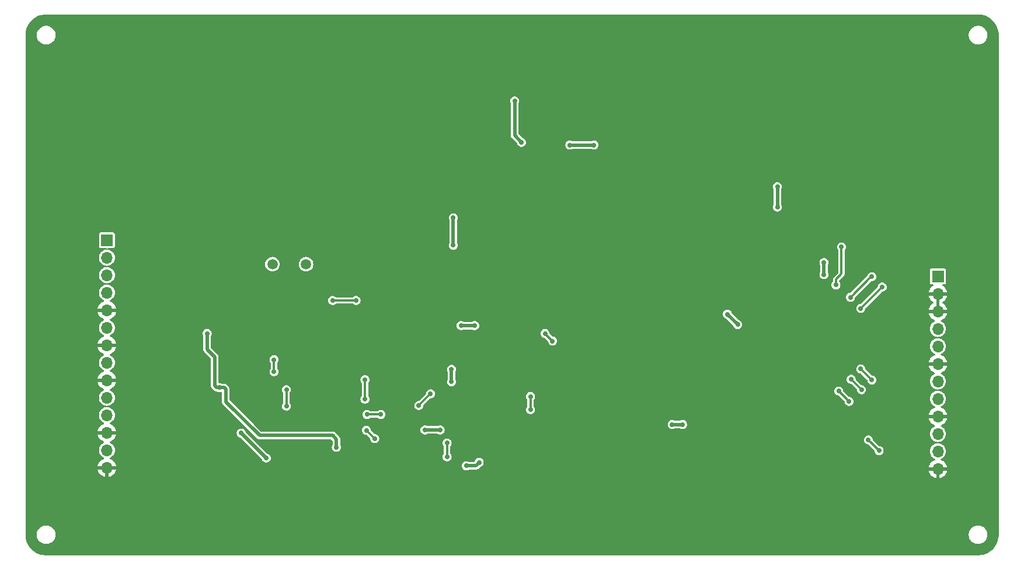
<source format=gbl>
G04 #@! TF.GenerationSoftware,KiCad,Pcbnew,8.0.4-8.0.4-0~ubuntu22.04.1*
G04 #@! TF.CreationDate,2024-08-18T20:01:01-04:00*
G04 #@! TF.ProjectId,CS4272-CZZ_Breakout_Board,43533432-3732-42d4-935a-5a5f42726561,rev?*
G04 #@! TF.SameCoordinates,Original*
G04 #@! TF.FileFunction,Copper,L2,Bot*
G04 #@! TF.FilePolarity,Positive*
%FSLAX46Y46*%
G04 Gerber Fmt 4.6, Leading zero omitted, Abs format (unit mm)*
G04 Created by KiCad (PCBNEW 8.0.4-8.0.4-0~ubuntu22.04.1) date 2024-08-18 20:01:01*
%MOMM*%
%LPD*%
G01*
G04 APERTURE LIST*
G04 #@! TA.AperFunction,ComponentPad*
%ADD10R,1.700000X1.700000*%
G04 #@! TD*
G04 #@! TA.AperFunction,ComponentPad*
%ADD11O,1.700000X1.700000*%
G04 #@! TD*
G04 #@! TA.AperFunction,ComponentPad*
%ADD12C,1.500000*%
G04 #@! TD*
G04 #@! TA.AperFunction,ViaPad*
%ADD13C,0.700000*%
G04 #@! TD*
G04 #@! TA.AperFunction,Conductor*
%ADD14C,0.500000*%
G04 #@! TD*
G04 #@! TA.AperFunction,Conductor*
%ADD15C,0.300000*%
G04 #@! TD*
G04 APERTURE END LIST*
D10*
X211506250Y-99347500D03*
D11*
X211506250Y-101887500D03*
X211506250Y-104427500D03*
X211506250Y-106967500D03*
X211506250Y-109507500D03*
X211506250Y-112047500D03*
X211506250Y-114587500D03*
X211506250Y-117127500D03*
X211506250Y-119667500D03*
X211506250Y-122207500D03*
X211506250Y-124747500D03*
X211506250Y-127287500D03*
D10*
X91000000Y-94100000D03*
D11*
X91000000Y-96640000D03*
X91000000Y-99180000D03*
X91000000Y-101720000D03*
X91000000Y-104260000D03*
X91000000Y-106800000D03*
X91000000Y-109340000D03*
X91000000Y-111880000D03*
X91000000Y-114420000D03*
X91000000Y-116960000D03*
X91000000Y-119500000D03*
X91000000Y-122040000D03*
X91000000Y-124580000D03*
X91000000Y-127120000D03*
D12*
X119875000Y-97600000D03*
X114995000Y-97600000D03*
D13*
X144975000Y-126350000D03*
X161625000Y-80300000D03*
X188225000Y-89300000D03*
X182475000Y-106350000D03*
X150125000Y-73900000D03*
X128425000Y-117175000D03*
X110475000Y-122100000D03*
X158125000Y-80300000D03*
X139325000Y-121650000D03*
X194975000Y-99100000D03*
X140975000Y-114650000D03*
X142350000Y-106500000D03*
X114100000Y-125725000D03*
X141225000Y-90850000D03*
X137125000Y-121650000D03*
X180975000Y-104850000D03*
X128425000Y-114350000D03*
X144325000Y-106500000D03*
X141225000Y-94850000D03*
X151125000Y-79900000D03*
X140975000Y-112850000D03*
X172970000Y-120850000D03*
X143125000Y-126850000D03*
X188225000Y-86350000D03*
X194975000Y-97350000D03*
X174475000Y-120850000D03*
X156925000Y-123050000D03*
X95400000Y-127200000D03*
X113100000Y-91200000D03*
X155225000Y-90950000D03*
X132825000Y-75550000D03*
X115325000Y-120650000D03*
X109900000Y-130550000D03*
X165150000Y-83675000D03*
X173975000Y-106850000D03*
X125775000Y-120025000D03*
X180375000Y-124975000D03*
X169150000Y-105025000D03*
X156625000Y-102250000D03*
X187050000Y-105625000D03*
X141725000Y-122050000D03*
X126525000Y-133850000D03*
X121625000Y-110850000D03*
X131800000Y-87300000D03*
X144625000Y-88650000D03*
X146625000Y-72850000D03*
X142625000Y-99350000D03*
X169150000Y-99275000D03*
X120325000Y-87150000D03*
X176095000Y-102940000D03*
X121200000Y-101700000D03*
X119425000Y-71450000D03*
X136025000Y-77550000D03*
X133025000Y-100650000D03*
X153125000Y-84800000D03*
X95400000Y-123100000D03*
X150470000Y-103975000D03*
X122375000Y-123775000D03*
X128425000Y-79450000D03*
X150170000Y-124960000D03*
X185425000Y-120950000D03*
X192525000Y-81175000D03*
X206900000Y-126550000D03*
X160800000Y-102300000D03*
X207200000Y-112100000D03*
X95400000Y-115000000D03*
X134225000Y-107650000D03*
X195225000Y-120950000D03*
X123625000Y-68750000D03*
X169425000Y-86950000D03*
X176325000Y-104250000D03*
X173875000Y-128000000D03*
X95600000Y-106000000D03*
X207200000Y-104800000D03*
X137625000Y-87950000D03*
X185575000Y-127175000D03*
X207200000Y-99600000D03*
X169350000Y-125950000D03*
X106525000Y-125150000D03*
X164750000Y-112425000D03*
X117700000Y-129325000D03*
X121025000Y-105650000D03*
X182170000Y-115222501D03*
X181900000Y-94275000D03*
X169625000Y-120425000D03*
X163100000Y-77300000D03*
X113600000Y-101700000D03*
X122050000Y-133825000D03*
X129425000Y-103250000D03*
X109200000Y-111200000D03*
X207000000Y-119800000D03*
X170925000Y-71450000D03*
X161025000Y-123050000D03*
X112300000Y-117800000D03*
X150925000Y-72250000D03*
X95500000Y-110700000D03*
X124275000Y-124150000D03*
X107325000Y-115500000D03*
X105525000Y-107650000D03*
X115225000Y-111450000D03*
X115225000Y-113200000D03*
X152425000Y-116800000D03*
X137925000Y-116400000D03*
X152425000Y-118700000D03*
X130725000Y-119400000D03*
X154525000Y-107650000D03*
X136225000Y-118100000D03*
X155625000Y-108750000D03*
X128725000Y-119400000D03*
X140325000Y-123550000D03*
X140325000Y-125550000D03*
X128625000Y-121700000D03*
X129825000Y-122900000D03*
X117025000Y-115800000D03*
X117025000Y-118200000D03*
X202975000Y-124650000D03*
X196725000Y-100600000D03*
X123725000Y-102850000D03*
X127125000Y-102850000D03*
X198625000Y-117500000D03*
X197125000Y-116000000D03*
X201425000Y-123100000D03*
X197525000Y-95100000D03*
X200325000Y-112800000D03*
X201925000Y-114400000D03*
X200325000Y-104000000D03*
X203425000Y-100900000D03*
X201925000Y-99400000D03*
X200425000Y-115800000D03*
X198825000Y-102400000D03*
X198925000Y-114300000D03*
D14*
X144975000Y-126400000D02*
X144975000Y-126350000D01*
X194975000Y-97350000D02*
X194975000Y-99100000D01*
X143125000Y-126850000D02*
X144525000Y-126850000D01*
X144525000Y-126850000D02*
X144975000Y-126400000D01*
X158125000Y-80300000D02*
X161625000Y-80300000D01*
X139325000Y-121650000D02*
X137125000Y-121650000D01*
X150125000Y-78900000D02*
X151125000Y-79900000D01*
X141225000Y-90850000D02*
X141225000Y-94850000D01*
X188225000Y-86350000D02*
X188225000Y-89300000D01*
X114100000Y-125725000D02*
X110475000Y-122100000D01*
X174475000Y-120850000D02*
X172970000Y-120850000D01*
X182475000Y-106350000D02*
X180975000Y-104850000D01*
X140975000Y-112850000D02*
X140975000Y-114650000D01*
X150125000Y-73900000D02*
X150125000Y-78900000D01*
X144325000Y-106500000D02*
X142350000Y-106500000D01*
D15*
X128425000Y-117175000D02*
X128425000Y-114350000D01*
D14*
X105525000Y-107650000D02*
X105525000Y-109950000D01*
X124275000Y-124150000D02*
X124275000Y-123000000D01*
X106875000Y-115500000D02*
X107325000Y-115500000D01*
X108225000Y-115750000D02*
X107975000Y-115500000D01*
X106625000Y-115250000D02*
X106875000Y-115500000D01*
X106625000Y-111050000D02*
X106625000Y-115250000D01*
X124275000Y-123000000D02*
X123725000Y-122450000D01*
D15*
X115225000Y-113200000D02*
X115225000Y-111450000D01*
D14*
X113125000Y-122450000D02*
X108225000Y-117550000D01*
X107975000Y-115500000D02*
X107325000Y-115500000D01*
X105525000Y-109950000D02*
X106625000Y-111050000D01*
X123725000Y-122450000D02*
X113125000Y-122450000D01*
X108225000Y-117550000D02*
X108225000Y-115750000D01*
D15*
X136225000Y-118100000D02*
X137925000Y-116400000D01*
X152425000Y-116800000D02*
X152425000Y-118700000D01*
X128725000Y-119400000D02*
X130725000Y-119400000D01*
X155625000Y-108750000D02*
X154525000Y-107650000D01*
X140325000Y-123550000D02*
X140325000Y-125550000D01*
X128625000Y-121700000D02*
X129825000Y-122900000D01*
X117025000Y-118200000D02*
X117025000Y-115800000D01*
X197525000Y-99000000D02*
X196725000Y-99800000D01*
X123725000Y-102850000D02*
X127125000Y-102850000D01*
X201425000Y-123100000D02*
X202975000Y-124650000D01*
X197125000Y-116000000D02*
X198625000Y-117500000D01*
X196725000Y-99800000D02*
X196725000Y-100600000D01*
X197525000Y-95100000D02*
X197525000Y-99000000D01*
X201925000Y-114400000D02*
X200325000Y-112800000D01*
X200325000Y-104000000D02*
X203425000Y-100900000D01*
X198825000Y-102400000D02*
X201825000Y-99400000D01*
X200425000Y-115800000D02*
X198925000Y-114300000D01*
X201825000Y-99400000D02*
X201925000Y-99400000D01*
G04 #@! TA.AperFunction,Conductor*
G36*
X211756250Y-103994488D02*
G01*
X211699243Y-103961575D01*
X211572076Y-103927500D01*
X211440424Y-103927500D01*
X211313257Y-103961575D01*
X211256250Y-103994488D01*
X211256250Y-102320512D01*
X211313257Y-102353425D01*
X211440424Y-102387500D01*
X211572076Y-102387500D01*
X211699243Y-102353425D01*
X211756250Y-102320512D01*
X211756250Y-103994488D01*
G37*
G04 #@! TD.AperFunction*
G04 #@! TA.AperFunction,Conductor*
G36*
X217325855Y-61350011D02*
G01*
X217487269Y-61352274D01*
X217499390Y-61353041D01*
X217803553Y-61387312D01*
X217820992Y-61389277D01*
X217834700Y-61391606D01*
X218149366Y-61463426D01*
X218162725Y-61467273D01*
X218467392Y-61573881D01*
X218480228Y-61579199D01*
X218771025Y-61719239D01*
X218783195Y-61725965D01*
X219056486Y-61897685D01*
X219067827Y-61905732D01*
X219320173Y-62106971D01*
X219330541Y-62116237D01*
X219558762Y-62344458D01*
X219568028Y-62354826D01*
X219769267Y-62607172D01*
X219777314Y-62618513D01*
X219949034Y-62891804D01*
X219955760Y-62903974D01*
X220095798Y-63194766D01*
X220101120Y-63207613D01*
X220207724Y-63512270D01*
X220211573Y-63525633D01*
X220283393Y-63840299D01*
X220285722Y-63854007D01*
X220321957Y-64175597D01*
X220322725Y-64187743D01*
X220324988Y-64349144D01*
X220325000Y-64350882D01*
X220325000Y-136849117D01*
X220324988Y-136850855D01*
X220322725Y-137012256D01*
X220321957Y-137024402D01*
X220285722Y-137345992D01*
X220283393Y-137359700D01*
X220211573Y-137674366D01*
X220207724Y-137687729D01*
X220101120Y-137992386D01*
X220095798Y-138005233D01*
X219955760Y-138296025D01*
X219949034Y-138308195D01*
X219777314Y-138581486D01*
X219769267Y-138592827D01*
X219568028Y-138845173D01*
X219558762Y-138855541D01*
X219330541Y-139083762D01*
X219320173Y-139093028D01*
X219067827Y-139294267D01*
X219056486Y-139302314D01*
X218783195Y-139474034D01*
X218771025Y-139480760D01*
X218480233Y-139620798D01*
X218467386Y-139626120D01*
X218162729Y-139732724D01*
X218149366Y-139736573D01*
X217834700Y-139808393D01*
X217820992Y-139810722D01*
X217499402Y-139846957D01*
X217487256Y-139847725D01*
X217325856Y-139849988D01*
X217324118Y-139850000D01*
X82175882Y-139850000D01*
X82174144Y-139849988D01*
X82012743Y-139847725D01*
X82000597Y-139846957D01*
X81679007Y-139810722D01*
X81665299Y-139808393D01*
X81350633Y-139736573D01*
X81337270Y-139732724D01*
X81032613Y-139626120D01*
X81019766Y-139620798D01*
X80728974Y-139480760D01*
X80716804Y-139474034D01*
X80443513Y-139302314D01*
X80432172Y-139294267D01*
X80179826Y-139093028D01*
X80169458Y-139083762D01*
X79941237Y-138855541D01*
X79931971Y-138845173D01*
X79730732Y-138592827D01*
X79722685Y-138581486D01*
X79550965Y-138308195D01*
X79544239Y-138296025D01*
X79498237Y-138200500D01*
X79404199Y-138005228D01*
X79398879Y-137992386D01*
X79306991Y-137729786D01*
X79292273Y-137687725D01*
X79288426Y-137674366D01*
X79216606Y-137359700D01*
X79214277Y-137345992D01*
X79212312Y-137328553D01*
X79178041Y-137024390D01*
X79177274Y-137012269D01*
X79175012Y-136850855D01*
X79175000Y-136849117D01*
X79175000Y-136743713D01*
X80824500Y-136743713D01*
X80824500Y-136956287D01*
X80857754Y-137166243D01*
X80920612Y-137359700D01*
X80923444Y-137368414D01*
X81019951Y-137557820D01*
X81144890Y-137729786D01*
X81295213Y-137880109D01*
X81467179Y-138005048D01*
X81467181Y-138005049D01*
X81467184Y-138005051D01*
X81656588Y-138101557D01*
X81858757Y-138167246D01*
X82068713Y-138200500D01*
X82068714Y-138200500D01*
X82281286Y-138200500D01*
X82281287Y-138200500D01*
X82491243Y-138167246D01*
X82693412Y-138101557D01*
X82882816Y-138005051D01*
X82904789Y-137989086D01*
X83054786Y-137880109D01*
X83054788Y-137880106D01*
X83054792Y-137880104D01*
X83205104Y-137729792D01*
X83205106Y-137729788D01*
X83205109Y-137729786D01*
X83330048Y-137557820D01*
X83330047Y-137557820D01*
X83330051Y-137557816D01*
X83426557Y-137368412D01*
X83492246Y-137166243D01*
X83525500Y-136956287D01*
X83525500Y-136743713D01*
X215974500Y-136743713D01*
X215974500Y-136956287D01*
X216007754Y-137166243D01*
X216070612Y-137359700D01*
X216073444Y-137368414D01*
X216169951Y-137557820D01*
X216294890Y-137729786D01*
X216445213Y-137880109D01*
X216617179Y-138005048D01*
X216617181Y-138005049D01*
X216617184Y-138005051D01*
X216806588Y-138101557D01*
X217008757Y-138167246D01*
X217218713Y-138200500D01*
X217218714Y-138200500D01*
X217431286Y-138200500D01*
X217431287Y-138200500D01*
X217641243Y-138167246D01*
X217843412Y-138101557D01*
X218032816Y-138005051D01*
X218054789Y-137989086D01*
X218204786Y-137880109D01*
X218204788Y-137880106D01*
X218204792Y-137880104D01*
X218355104Y-137729792D01*
X218355106Y-137729788D01*
X218355109Y-137729786D01*
X218480048Y-137557820D01*
X218480047Y-137557820D01*
X218480051Y-137557816D01*
X218576557Y-137368412D01*
X218642246Y-137166243D01*
X218675500Y-136956287D01*
X218675500Y-136743713D01*
X218642246Y-136533757D01*
X218576557Y-136331588D01*
X218480051Y-136142184D01*
X218480049Y-136142181D01*
X218480048Y-136142179D01*
X218355109Y-135970213D01*
X218204786Y-135819890D01*
X218032820Y-135694951D01*
X217843414Y-135598444D01*
X217843413Y-135598443D01*
X217843412Y-135598443D01*
X217641243Y-135532754D01*
X217641241Y-135532753D01*
X217641240Y-135532753D01*
X217479957Y-135507208D01*
X217431287Y-135499500D01*
X217218713Y-135499500D01*
X217170042Y-135507208D01*
X217008760Y-135532753D01*
X216806585Y-135598444D01*
X216617179Y-135694951D01*
X216445213Y-135819890D01*
X216294890Y-135970213D01*
X216169951Y-136142179D01*
X216073444Y-136331585D01*
X216007753Y-136533760D01*
X215974500Y-136743713D01*
X83525500Y-136743713D01*
X83492246Y-136533757D01*
X83426557Y-136331588D01*
X83330051Y-136142184D01*
X83330049Y-136142181D01*
X83330048Y-136142179D01*
X83205109Y-135970213D01*
X83054786Y-135819890D01*
X82882820Y-135694951D01*
X82693414Y-135598444D01*
X82693413Y-135598443D01*
X82693412Y-135598443D01*
X82491243Y-135532754D01*
X82491241Y-135532753D01*
X82491240Y-135532753D01*
X82329957Y-135507208D01*
X82281287Y-135499500D01*
X82068713Y-135499500D01*
X82020042Y-135507208D01*
X81858760Y-135532753D01*
X81656585Y-135598444D01*
X81467179Y-135694951D01*
X81295213Y-135819890D01*
X81144890Y-135970213D01*
X81019951Y-136142179D01*
X80923444Y-136331585D01*
X80857753Y-136533760D01*
X80824500Y-136743713D01*
X79175000Y-136743713D01*
X79175000Y-104009999D01*
X89669364Y-104009999D01*
X89669364Y-104010000D01*
X90566988Y-104010000D01*
X90534075Y-104067007D01*
X90500000Y-104194174D01*
X90500000Y-104325826D01*
X90534075Y-104452993D01*
X90566988Y-104510000D01*
X89669364Y-104510000D01*
X89726567Y-104723486D01*
X89726570Y-104723492D01*
X89826399Y-104937578D01*
X89961894Y-105131082D01*
X90128917Y-105298105D01*
X90322421Y-105433600D01*
X90521573Y-105526466D01*
X90574012Y-105572638D01*
X90593164Y-105639832D01*
X90572948Y-105706713D01*
X90519783Y-105752048D01*
X90513968Y-105754472D01*
X90506771Y-105757260D01*
X90484982Y-105765701D01*
X90484980Y-105765702D01*
X90303699Y-105877947D01*
X90146127Y-106021593D01*
X90017632Y-106191746D01*
X89922596Y-106382605D01*
X89922596Y-106382607D01*
X89864244Y-106587689D01*
X89844571Y-106799999D01*
X89844571Y-106800000D01*
X89864244Y-107012310D01*
X89922596Y-107217392D01*
X89922596Y-107217394D01*
X90017632Y-107408253D01*
X90081768Y-107493182D01*
X90146128Y-107578407D01*
X90303698Y-107722052D01*
X90484981Y-107834298D01*
X90513961Y-107845525D01*
X90569362Y-107888095D01*
X90592954Y-107953861D01*
X90577244Y-108021942D01*
X90527222Y-108070722D01*
X90521573Y-108073533D01*
X90322422Y-108166399D01*
X90322420Y-108166400D01*
X90128926Y-108301886D01*
X90128920Y-108301891D01*
X89961891Y-108468920D01*
X89961886Y-108468926D01*
X89826400Y-108662420D01*
X89826399Y-108662422D01*
X89726570Y-108876507D01*
X89726567Y-108876513D01*
X89669364Y-109089999D01*
X89669364Y-109090000D01*
X90566988Y-109090000D01*
X90534075Y-109147007D01*
X90500000Y-109274174D01*
X90500000Y-109405826D01*
X90534075Y-109532993D01*
X90566988Y-109590000D01*
X89669364Y-109590000D01*
X89726567Y-109803486D01*
X89726570Y-109803492D01*
X89826399Y-110017578D01*
X89961894Y-110211082D01*
X90128917Y-110378105D01*
X90322421Y-110513600D01*
X90521573Y-110606466D01*
X90574012Y-110652638D01*
X90593164Y-110719832D01*
X90572948Y-110786713D01*
X90519783Y-110832048D01*
X90513968Y-110834472D01*
X90506771Y-110837260D01*
X90484982Y-110845701D01*
X90484980Y-110845702D01*
X90303699Y-110957947D01*
X90146127Y-111101593D01*
X90017632Y-111271746D01*
X89922596Y-111462605D01*
X89922596Y-111462607D01*
X89864244Y-111667689D01*
X89852216Y-111797500D01*
X89844571Y-111880000D01*
X89864244Y-112092310D01*
X89906406Y-112240493D01*
X89922596Y-112297392D01*
X89922596Y-112297394D01*
X90017632Y-112488253D01*
X90146127Y-112658406D01*
X90146128Y-112658407D01*
X90303698Y-112802052D01*
X90484981Y-112914298D01*
X90513961Y-112925525D01*
X90569362Y-112968095D01*
X90592954Y-113033861D01*
X90577244Y-113101942D01*
X90527222Y-113150722D01*
X90521573Y-113153533D01*
X90322422Y-113246399D01*
X90322420Y-113246400D01*
X90128926Y-113381886D01*
X90128920Y-113381891D01*
X89961891Y-113548920D01*
X89961886Y-113548926D01*
X89826400Y-113742420D01*
X89826399Y-113742422D01*
X89726570Y-113956507D01*
X89726567Y-113956513D01*
X89669364Y-114169999D01*
X89669364Y-114170000D01*
X90566988Y-114170000D01*
X90534075Y-114227007D01*
X90500000Y-114354174D01*
X90500000Y-114485826D01*
X90534075Y-114612993D01*
X90566988Y-114670000D01*
X89669364Y-114670000D01*
X89726567Y-114883486D01*
X89726570Y-114883492D01*
X89826399Y-115097578D01*
X89961894Y-115291082D01*
X90128917Y-115458105D01*
X90322421Y-115593600D01*
X90521573Y-115686466D01*
X90574012Y-115732638D01*
X90593164Y-115799832D01*
X90572948Y-115866713D01*
X90519783Y-115912048D01*
X90513968Y-115914472D01*
X90506771Y-115917260D01*
X90484982Y-115925701D01*
X90484980Y-115925702D01*
X90303699Y-116037947D01*
X90146127Y-116181593D01*
X90017632Y-116351746D01*
X89922596Y-116542605D01*
X89922596Y-116542607D01*
X89864244Y-116747689D01*
X89846491Y-116939284D01*
X89844571Y-116960000D01*
X89864244Y-117172310D01*
X89898333Y-117292120D01*
X89922596Y-117377392D01*
X89922596Y-117377394D01*
X90017632Y-117568253D01*
X90144124Y-117735753D01*
X90146128Y-117738407D01*
X90303698Y-117882052D01*
X90484981Y-117994298D01*
X90683802Y-118071321D01*
X90880613Y-118108111D01*
X90942893Y-118139779D01*
X90978166Y-118200092D01*
X90975232Y-118269900D01*
X90935023Y-118327040D01*
X90880613Y-118351888D01*
X90683802Y-118388679D01*
X90683799Y-118388679D01*
X90683799Y-118388680D01*
X90484982Y-118465701D01*
X90484980Y-118465702D01*
X90303699Y-118577947D01*
X90146127Y-118721593D01*
X90017632Y-118891746D01*
X89922596Y-119082605D01*
X89922596Y-119082607D01*
X89864244Y-119287689D01*
X89852216Y-119417500D01*
X89844571Y-119500000D01*
X89864244Y-119712310D01*
X89906406Y-119860493D01*
X89922596Y-119917392D01*
X89922596Y-119917394D01*
X90017632Y-120108253D01*
X90115087Y-120237303D01*
X90146128Y-120278407D01*
X90303698Y-120422052D01*
X90484981Y-120534298D01*
X90513961Y-120545525D01*
X90569362Y-120588095D01*
X90592954Y-120653861D01*
X90577244Y-120721942D01*
X90527222Y-120770722D01*
X90521573Y-120773533D01*
X90322422Y-120866399D01*
X90322420Y-120866400D01*
X90128926Y-121001886D01*
X90128920Y-121001891D01*
X89961891Y-121168920D01*
X89961886Y-121168926D01*
X89826400Y-121362420D01*
X89826399Y-121362422D01*
X89726570Y-121576507D01*
X89726567Y-121576513D01*
X89669364Y-121789999D01*
X89669364Y-121790000D01*
X90566988Y-121790000D01*
X90534075Y-121847007D01*
X90500000Y-121974174D01*
X90500000Y-122105826D01*
X90534075Y-122232993D01*
X90566988Y-122290000D01*
X89669364Y-122290000D01*
X89726567Y-122503486D01*
X89726570Y-122503492D01*
X89826399Y-122717578D01*
X89961894Y-122911082D01*
X90128917Y-123078105D01*
X90322421Y-123213600D01*
X90521573Y-123306466D01*
X90574012Y-123352638D01*
X90593164Y-123419832D01*
X90572948Y-123486713D01*
X90519783Y-123532048D01*
X90513968Y-123534472D01*
X90513825Y-123534528D01*
X90484982Y-123545701D01*
X90484980Y-123545702D01*
X90303699Y-123657947D01*
X90146127Y-123801593D01*
X90017632Y-123971746D01*
X89922596Y-124162605D01*
X89922596Y-124162607D01*
X89864244Y-124367689D01*
X89844571Y-124579999D01*
X89844571Y-124580000D01*
X89864244Y-124792310D01*
X89922596Y-124997392D01*
X89922596Y-124997394D01*
X90017632Y-125188253D01*
X90102398Y-125300500D01*
X90146128Y-125358407D01*
X90303698Y-125502052D01*
X90484981Y-125614298D01*
X90513961Y-125625525D01*
X90569362Y-125668095D01*
X90592954Y-125733861D01*
X90577244Y-125801942D01*
X90527222Y-125850722D01*
X90521573Y-125853533D01*
X90322422Y-125946399D01*
X90322420Y-125946400D01*
X90128926Y-126081886D01*
X90128920Y-126081891D01*
X89961891Y-126248920D01*
X89961886Y-126248926D01*
X89826400Y-126442420D01*
X89826399Y-126442422D01*
X89726570Y-126656507D01*
X89726567Y-126656513D01*
X89669364Y-126869999D01*
X89669364Y-126870000D01*
X90566988Y-126870000D01*
X90534075Y-126927007D01*
X90500000Y-127054174D01*
X90500000Y-127185826D01*
X90534075Y-127312993D01*
X90566988Y-127370000D01*
X89669364Y-127370000D01*
X89726567Y-127583486D01*
X89726570Y-127583492D01*
X89826399Y-127797578D01*
X89961894Y-127991082D01*
X90128917Y-128158105D01*
X90322421Y-128293600D01*
X90536507Y-128393429D01*
X90536516Y-128393433D01*
X90750000Y-128450634D01*
X90750000Y-127553012D01*
X90807007Y-127585925D01*
X90934174Y-127620000D01*
X91065826Y-127620000D01*
X91192993Y-127585925D01*
X91250000Y-127553012D01*
X91250000Y-128450633D01*
X91463483Y-128393433D01*
X91463492Y-128393429D01*
X91677578Y-128293600D01*
X91871082Y-128158105D01*
X92038105Y-127991082D01*
X92173600Y-127797578D01*
X92273429Y-127583492D01*
X92273432Y-127583486D01*
X92330636Y-127370000D01*
X91433012Y-127370000D01*
X91465925Y-127312993D01*
X91500000Y-127185826D01*
X91500000Y-127054174D01*
X91465925Y-126927007D01*
X91433012Y-126870000D01*
X92330636Y-126870000D01*
X92330635Y-126869999D01*
X92325276Y-126849999D01*
X142469722Y-126849999D01*
X142469722Y-126850000D01*
X142488762Y-127006818D01*
X142522019Y-127094507D01*
X142544780Y-127154523D01*
X142634517Y-127284530D01*
X142752760Y-127389283D01*
X142752762Y-127389284D01*
X142892634Y-127462696D01*
X143046014Y-127500500D01*
X143046015Y-127500500D01*
X143203985Y-127500500D01*
X143357365Y-127462696D01*
X143448805Y-127414703D01*
X143506431Y-127400500D01*
X144597472Y-127400500D01*
X144597474Y-127400500D01*
X144597475Y-127400500D01*
X144737485Y-127362984D01*
X144863015Y-127290510D01*
X145161906Y-126991617D01*
X145200856Y-126966438D01*
X145200722Y-126966183D01*
X145203535Y-126964706D01*
X145205629Y-126963353D01*
X145207355Y-126962698D01*
X145207365Y-126962696D01*
X145347240Y-126889283D01*
X145465483Y-126784530D01*
X145555220Y-126654523D01*
X145611237Y-126506818D01*
X145630278Y-126350000D01*
X145618006Y-126248926D01*
X145611237Y-126193181D01*
X145581169Y-126113899D01*
X145555220Y-126045477D01*
X145465483Y-125915470D01*
X145347240Y-125810717D01*
X145347238Y-125810716D01*
X145347237Y-125810715D01*
X145207365Y-125737303D01*
X145053986Y-125699500D01*
X145053985Y-125699500D01*
X144896015Y-125699500D01*
X144896014Y-125699500D01*
X144742634Y-125737303D01*
X144602762Y-125810715D01*
X144484516Y-125915471D01*
X144394781Y-126045475D01*
X144394780Y-126045476D01*
X144338763Y-126193178D01*
X144336968Y-126200465D01*
X144334992Y-126199978D01*
X144311473Y-126254624D01*
X144253539Y-126293681D01*
X144215999Y-126299500D01*
X143506431Y-126299500D01*
X143448805Y-126285296D01*
X143357365Y-126237304D01*
X143357364Y-126237303D01*
X143357363Y-126237303D01*
X143203986Y-126199500D01*
X143203985Y-126199500D01*
X143046015Y-126199500D01*
X143046014Y-126199500D01*
X142892634Y-126237303D01*
X142752762Y-126310715D01*
X142634516Y-126415471D01*
X142544781Y-126545475D01*
X142544780Y-126545476D01*
X142488762Y-126693181D01*
X142469722Y-126849999D01*
X92325276Y-126849999D01*
X92273432Y-126656513D01*
X92273429Y-126656507D01*
X92173600Y-126442422D01*
X92173599Y-126442420D01*
X92038113Y-126248926D01*
X92038108Y-126248920D01*
X91871082Y-126081894D01*
X91677578Y-125946399D01*
X91478426Y-125853533D01*
X91425987Y-125807360D01*
X91406835Y-125740167D01*
X91427051Y-125673286D01*
X91480216Y-125627951D01*
X91486005Y-125625537D01*
X91515019Y-125614298D01*
X91696302Y-125502052D01*
X91853872Y-125358407D01*
X91982366Y-125188255D01*
X92031022Y-125090540D01*
X92077403Y-124997394D01*
X92077403Y-124997393D01*
X92077405Y-124997389D01*
X92135756Y-124792310D01*
X92155429Y-124580000D01*
X92135756Y-124367690D01*
X92077405Y-124162611D01*
X92077403Y-124162606D01*
X92077403Y-124162605D01*
X91982367Y-123971746D01*
X91853872Y-123801593D01*
X91749909Y-123706818D01*
X91696302Y-123657948D01*
X91515019Y-123545702D01*
X91515014Y-123545700D01*
X91486175Y-123534528D01*
X91486037Y-123534474D01*
X91430636Y-123491903D01*
X91407045Y-123426136D01*
X91422756Y-123358056D01*
X91472779Y-123309276D01*
X91478426Y-123306466D01*
X91677578Y-123213599D01*
X91871082Y-123078105D01*
X92038105Y-122911082D01*
X92173600Y-122717578D01*
X92273429Y-122503492D01*
X92273432Y-122503486D01*
X92330636Y-122290000D01*
X91433012Y-122290000D01*
X91465925Y-122232993D01*
X91500000Y-122105826D01*
X91500000Y-122099999D01*
X109819722Y-122099999D01*
X109819722Y-122100000D01*
X109838762Y-122256818D01*
X109881757Y-122370185D01*
X109894780Y-122404523D01*
X109984517Y-122534530D01*
X110102760Y-122639283D01*
X110242635Y-122712696D01*
X110297369Y-122726186D01*
X110355377Y-122758902D01*
X113436063Y-125839588D01*
X113464324Y-125883298D01*
X113473566Y-125907667D01*
X113519780Y-126029523D01*
X113609517Y-126159530D01*
X113727760Y-126264283D01*
X113727762Y-126264284D01*
X113867634Y-126337696D01*
X114021014Y-126375500D01*
X114021015Y-126375500D01*
X114178985Y-126375500D01*
X114332365Y-126337696D01*
X114472240Y-126264283D01*
X114590483Y-126159530D01*
X114680220Y-126029523D01*
X114736237Y-125881818D01*
X114755278Y-125725000D01*
X114748546Y-125669552D01*
X114736237Y-125568181D01*
X114711157Y-125502052D01*
X114680220Y-125420477D01*
X114590483Y-125290470D01*
X114472240Y-125185717D01*
X114472238Y-125185716D01*
X114472237Y-125185715D01*
X114332367Y-125112304D01*
X114277626Y-125098812D01*
X114219621Y-125066096D01*
X111138937Y-121985412D01*
X111110676Y-121941702D01*
X111087205Y-121879815D01*
X111055220Y-121795477D01*
X110965483Y-121665470D01*
X110847240Y-121560717D01*
X110847238Y-121560716D01*
X110847237Y-121560715D01*
X110707365Y-121487303D01*
X110553986Y-121449500D01*
X110553985Y-121449500D01*
X110396015Y-121449500D01*
X110396014Y-121449500D01*
X110242634Y-121487303D01*
X110102762Y-121560715D01*
X109984516Y-121665471D01*
X109894781Y-121795475D01*
X109894780Y-121795476D01*
X109838762Y-121943181D01*
X109819722Y-122099999D01*
X91500000Y-122099999D01*
X91500000Y-121974174D01*
X91465925Y-121847007D01*
X91433012Y-121790000D01*
X92330636Y-121790000D01*
X92330635Y-121789999D01*
X92273432Y-121576513D01*
X92273429Y-121576507D01*
X92173600Y-121362422D01*
X92173599Y-121362420D01*
X92038113Y-121168926D01*
X92038108Y-121168920D01*
X91871082Y-121001894D01*
X91677578Y-120866399D01*
X91478426Y-120773533D01*
X91425987Y-120727360D01*
X91406835Y-120660167D01*
X91427051Y-120593286D01*
X91480216Y-120547951D01*
X91486005Y-120545537D01*
X91515019Y-120534298D01*
X91696302Y-120422052D01*
X91853872Y-120278407D01*
X91982366Y-120108255D01*
X92066503Y-119939284D01*
X92077403Y-119917394D01*
X92077403Y-119917393D01*
X92077405Y-119917389D01*
X92135756Y-119712310D01*
X92155429Y-119500000D01*
X92135756Y-119287690D01*
X92077405Y-119082611D01*
X92077403Y-119082606D01*
X92077403Y-119082605D01*
X91982367Y-118891746D01*
X91853872Y-118721593D01*
X91696302Y-118577948D01*
X91515019Y-118465702D01*
X91515017Y-118465701D01*
X91357096Y-118404523D01*
X91316198Y-118388679D01*
X91119385Y-118351888D01*
X91057106Y-118320221D01*
X91021833Y-118259908D01*
X91024767Y-118190100D01*
X91064976Y-118132960D01*
X91119384Y-118108111D01*
X91316198Y-118071321D01*
X91515019Y-117994298D01*
X91696302Y-117882052D01*
X91853872Y-117738407D01*
X91982366Y-117568255D01*
X92016353Y-117499999D01*
X92077403Y-117377394D01*
X92077403Y-117377393D01*
X92077405Y-117377389D01*
X92135756Y-117172310D01*
X92155429Y-116960000D01*
X92135756Y-116747690D01*
X92077405Y-116542611D01*
X92077403Y-116542606D01*
X92077403Y-116542605D01*
X91982367Y-116351746D01*
X91853872Y-116181593D01*
X91818668Y-116149500D01*
X91696302Y-116037948D01*
X91515019Y-115925702D01*
X91515014Y-115925700D01*
X91508129Y-115923032D01*
X91486037Y-115914474D01*
X91430636Y-115871903D01*
X91407045Y-115806136D01*
X91422756Y-115738056D01*
X91472779Y-115689276D01*
X91478426Y-115686466D01*
X91677578Y-115593599D01*
X91871082Y-115458105D01*
X92038105Y-115291082D01*
X92173600Y-115097578D01*
X92273429Y-114883492D01*
X92273432Y-114883486D01*
X92330636Y-114670000D01*
X91433012Y-114670000D01*
X91465925Y-114612993D01*
X91500000Y-114485826D01*
X91500000Y-114354174D01*
X91465925Y-114227007D01*
X91433012Y-114170000D01*
X92330636Y-114170000D01*
X92330635Y-114169999D01*
X92273432Y-113956513D01*
X92273429Y-113956507D01*
X92173600Y-113742422D01*
X92173599Y-113742420D01*
X92038113Y-113548926D01*
X92038108Y-113548920D01*
X91871082Y-113381894D01*
X91677578Y-113246399D01*
X91478426Y-113153533D01*
X91425987Y-113107360D01*
X91406835Y-113040167D01*
X91427051Y-112973286D01*
X91480216Y-112927951D01*
X91486005Y-112925537D01*
X91515019Y-112914298D01*
X91696302Y-112802052D01*
X91853872Y-112658407D01*
X91982366Y-112488255D01*
X92077405Y-112297389D01*
X92135756Y-112092310D01*
X92155429Y-111880000D01*
X92135756Y-111667690D01*
X92077405Y-111462611D01*
X92077403Y-111462606D01*
X92077403Y-111462605D01*
X91982367Y-111271746D01*
X91853872Y-111101593D01*
X91752735Y-111009394D01*
X91696302Y-110957948D01*
X91515019Y-110845702D01*
X91515014Y-110845700D01*
X91508129Y-110843032D01*
X91486037Y-110834474D01*
X91430636Y-110791903D01*
X91407045Y-110726136D01*
X91422756Y-110658056D01*
X91472779Y-110609276D01*
X91478426Y-110606466D01*
X91677578Y-110513599D01*
X91871082Y-110378105D01*
X92038105Y-110211082D01*
X92173600Y-110017578D01*
X92273429Y-109803492D01*
X92273432Y-109803486D01*
X92330636Y-109590000D01*
X91433012Y-109590000D01*
X91465925Y-109532993D01*
X91500000Y-109405826D01*
X91500000Y-109274174D01*
X91465925Y-109147007D01*
X91433012Y-109090000D01*
X92330636Y-109090000D01*
X92330635Y-109089999D01*
X92273432Y-108876513D01*
X92273429Y-108876507D01*
X92173600Y-108662422D01*
X92173599Y-108662420D01*
X92038113Y-108468926D01*
X92038108Y-108468920D01*
X91871082Y-108301894D01*
X91677578Y-108166399D01*
X91478426Y-108073533D01*
X91425987Y-108027360D01*
X91406835Y-107960167D01*
X91427051Y-107893286D01*
X91480216Y-107847951D01*
X91486005Y-107845537D01*
X91515019Y-107834298D01*
X91696302Y-107722052D01*
X91775340Y-107649999D01*
X104869722Y-107649999D01*
X104869722Y-107650000D01*
X104888762Y-107806818D01*
X104943254Y-107950500D01*
X104944780Y-107954523D01*
X104952548Y-107965777D01*
X104974433Y-108032130D01*
X104974500Y-108036219D01*
X104974500Y-109877526D01*
X104974500Y-110022474D01*
X105012016Y-110162485D01*
X105083272Y-110285906D01*
X105084489Y-110288013D01*
X105084491Y-110288016D01*
X106038181Y-111241706D01*
X106071666Y-111303029D01*
X106074500Y-111329387D01*
X106074500Y-115322474D01*
X106102647Y-115427523D01*
X106112014Y-115462480D01*
X106112016Y-115462485D01*
X106184490Y-115588015D01*
X106536985Y-115940510D01*
X106640026Y-116000000D01*
X106662515Y-116012984D01*
X106802525Y-116050500D01*
X106943569Y-116050500D01*
X107001194Y-116064703D01*
X107092635Y-116112696D01*
X107169325Y-116131598D01*
X107246014Y-116150500D01*
X107246015Y-116150500D01*
X107403985Y-116150500D01*
X107520825Y-116121702D01*
X107590628Y-116124771D01*
X107647690Y-116165091D01*
X107673895Y-116229861D01*
X107674500Y-116242099D01*
X107674500Y-117622479D01*
X107683701Y-117656817D01*
X107712014Y-117762480D01*
X107712016Y-117762485D01*
X107784490Y-117888015D01*
X112786985Y-122890510D01*
X112878217Y-122943182D01*
X112912515Y-122962984D01*
X113052525Y-123000500D01*
X123445613Y-123000500D01*
X123512652Y-123020185D01*
X123533294Y-123036819D01*
X123688181Y-123191706D01*
X123721666Y-123253029D01*
X123724500Y-123279387D01*
X123724500Y-123763780D01*
X123704815Y-123830819D01*
X123702552Y-123834217D01*
X123694780Y-123845476D01*
X123638762Y-123993181D01*
X123619722Y-124149999D01*
X123619722Y-124150000D01*
X123638762Y-124306818D01*
X123694780Y-124454523D01*
X123784517Y-124584530D01*
X123902760Y-124689283D01*
X123902762Y-124689284D01*
X124042634Y-124762696D01*
X124196014Y-124800500D01*
X124196015Y-124800500D01*
X124353985Y-124800500D01*
X124507365Y-124762696D01*
X124536320Y-124747499D01*
X124647240Y-124689283D01*
X124765483Y-124584530D01*
X124855220Y-124454523D01*
X124911237Y-124306818D01*
X124930278Y-124150000D01*
X124911237Y-123993182D01*
X124910085Y-123990145D01*
X124858651Y-123854524D01*
X124855220Y-123845477D01*
X124847448Y-123834217D01*
X124825567Y-123767862D01*
X124825500Y-123763780D01*
X124825500Y-122927527D01*
X124825500Y-122927525D01*
X124787984Y-122787515D01*
X124769808Y-122756033D01*
X124715510Y-122661985D01*
X124063015Y-122009490D01*
X123937485Y-121937016D01*
X123937486Y-121937016D01*
X123902482Y-121927637D01*
X123797475Y-121899500D01*
X123797472Y-121899500D01*
X113404387Y-121899500D01*
X113337348Y-121879815D01*
X113316706Y-121863181D01*
X113153524Y-121699999D01*
X127969722Y-121699999D01*
X127969722Y-121700000D01*
X127988762Y-121856818D01*
X128025818Y-121954524D01*
X128044780Y-122004523D01*
X128134517Y-122134530D01*
X128252760Y-122239283D01*
X128252762Y-122239284D01*
X128392634Y-122312696D01*
X128546014Y-122350500D01*
X128546015Y-122350500D01*
X128587035Y-122350500D01*
X128654074Y-122370185D01*
X128674716Y-122386819D01*
X129136952Y-122849055D01*
X129170437Y-122910378D01*
X129172367Y-122921789D01*
X129188763Y-123056819D01*
X129211007Y-123115471D01*
X129244780Y-123204523D01*
X129334517Y-123334530D01*
X129452760Y-123439283D01*
X129452762Y-123439284D01*
X129592634Y-123512696D01*
X129746014Y-123550500D01*
X129746015Y-123550500D01*
X129903985Y-123550500D01*
X129906018Y-123549999D01*
X139669722Y-123549999D01*
X139669722Y-123550000D01*
X139688762Y-123706818D01*
X139744780Y-123854523D01*
X139744781Y-123854524D01*
X139834518Y-123984532D01*
X139839491Y-123990145D01*
X139838044Y-123991426D01*
X139869850Y-124042120D01*
X139874500Y-124075759D01*
X139874500Y-125024240D01*
X139854815Y-125091279D01*
X139839153Y-125109556D01*
X139839491Y-125109856D01*
X139834515Y-125115472D01*
X139744781Y-125245475D01*
X139744780Y-125245476D01*
X139688762Y-125393181D01*
X139669722Y-125549999D01*
X139669722Y-125550000D01*
X139688762Y-125706818D01*
X139739116Y-125839588D01*
X139744780Y-125854523D01*
X139834517Y-125984530D01*
X139952760Y-126089283D01*
X139952762Y-126089284D01*
X140092634Y-126162696D01*
X140246014Y-126200500D01*
X140246015Y-126200500D01*
X140403985Y-126200500D01*
X140557365Y-126162696D01*
X140563401Y-126159528D01*
X140697240Y-126089283D01*
X140815483Y-125984530D01*
X140905220Y-125854523D01*
X140961237Y-125706818D01*
X140980278Y-125550000D01*
X140977353Y-125525906D01*
X140961237Y-125393181D01*
X140922284Y-125290471D01*
X140905220Y-125245477D01*
X140815483Y-125115470D01*
X140815479Y-125115466D01*
X140810509Y-125109856D01*
X140811953Y-125108576D01*
X140780145Y-125057860D01*
X140775500Y-125024240D01*
X140775500Y-124075759D01*
X140795185Y-124008720D01*
X140810846Y-123990444D01*
X140810509Y-123990145D01*
X140815481Y-123984532D01*
X140815481Y-123984531D01*
X140815483Y-123984530D01*
X140905220Y-123854523D01*
X140961237Y-123706818D01*
X140980278Y-123550000D01*
X140975107Y-123507408D01*
X140961237Y-123393181D01*
X140908084Y-123253029D01*
X140905220Y-123245477D01*
X140815483Y-123115470D01*
X140798020Y-123099999D01*
X200769722Y-123099999D01*
X200769722Y-123100000D01*
X200788762Y-123256818D01*
X200840479Y-123393182D01*
X200844780Y-123404523D01*
X200934517Y-123534530D01*
X201052760Y-123639283D01*
X201052762Y-123639284D01*
X201192634Y-123712696D01*
X201346014Y-123750500D01*
X201346015Y-123750500D01*
X201387035Y-123750500D01*
X201454074Y-123770185D01*
X201474716Y-123786819D01*
X202286952Y-124599055D01*
X202320437Y-124660378D01*
X202322367Y-124671789D01*
X202337001Y-124792310D01*
X202338763Y-124806818D01*
X202394780Y-124954523D01*
X202484517Y-125084530D01*
X202602760Y-125189283D01*
X202602762Y-125189284D01*
X202742634Y-125262696D01*
X202896014Y-125300500D01*
X202896015Y-125300500D01*
X203053985Y-125300500D01*
X203207365Y-125262696D01*
X203347240Y-125189283D01*
X203465483Y-125084530D01*
X203555220Y-124954523D01*
X203611237Y-124806818D01*
X203630278Y-124650000D01*
X203621779Y-124579999D01*
X203611237Y-124493181D01*
X203563644Y-124367690D01*
X203555220Y-124345477D01*
X203465483Y-124215470D01*
X203347240Y-124110717D01*
X203347238Y-124110716D01*
X203347237Y-124110715D01*
X203207365Y-124037303D01*
X203053986Y-123999500D01*
X203053985Y-123999500D01*
X203012965Y-123999500D01*
X202945926Y-123979815D01*
X202925284Y-123963181D01*
X202113047Y-123150944D01*
X202079562Y-123089621D01*
X202077632Y-123078209D01*
X202072606Y-123036819D01*
X202061237Y-122943182D01*
X202005220Y-122795477D01*
X201915483Y-122665470D01*
X201797240Y-122560717D01*
X201797238Y-122560716D01*
X201797237Y-122560715D01*
X201657365Y-122487303D01*
X201503986Y-122449500D01*
X201503985Y-122449500D01*
X201346015Y-122449500D01*
X201346014Y-122449500D01*
X201192634Y-122487303D01*
X201052762Y-122560715D01*
X201052760Y-122560717D01*
X200938448Y-122661988D01*
X200934516Y-122665471D01*
X200844781Y-122795475D01*
X200844780Y-122795476D01*
X200788762Y-122943181D01*
X200769722Y-123099999D01*
X140798020Y-123099999D01*
X140697240Y-123010717D01*
X140697238Y-123010716D01*
X140697237Y-123010715D01*
X140557365Y-122937303D01*
X140403986Y-122899500D01*
X140403985Y-122899500D01*
X140246015Y-122899500D01*
X140246014Y-122899500D01*
X140092634Y-122937303D01*
X139952762Y-123010715D01*
X139834516Y-123115471D01*
X139744781Y-123245475D01*
X139744780Y-123245476D01*
X139688762Y-123393181D01*
X139669722Y-123549999D01*
X129906018Y-123549999D01*
X130057365Y-123512696D01*
X130096982Y-123491903D01*
X130197240Y-123439283D01*
X130315483Y-123334530D01*
X130405220Y-123204523D01*
X130461237Y-123056818D01*
X130480278Y-122900000D01*
X130479126Y-122890508D01*
X130461237Y-122743181D01*
X130430442Y-122661983D01*
X130405220Y-122595477D01*
X130315483Y-122465470D01*
X130197240Y-122360717D01*
X130197238Y-122360716D01*
X130197237Y-122360715D01*
X130057365Y-122287303D01*
X129903986Y-122249500D01*
X129903985Y-122249500D01*
X129862965Y-122249500D01*
X129795926Y-122229815D01*
X129775284Y-122213181D01*
X129313047Y-121750944D01*
X129279562Y-121689621D01*
X129277632Y-121678209D01*
X129274207Y-121649999D01*
X136469722Y-121649999D01*
X136469722Y-121650000D01*
X136488762Y-121806818D01*
X136540479Y-121943182D01*
X136544780Y-121954523D01*
X136634517Y-122084530D01*
X136752760Y-122189283D01*
X136752762Y-122189284D01*
X136892634Y-122262696D01*
X137046014Y-122300500D01*
X137046015Y-122300500D01*
X137203985Y-122300500D01*
X137357365Y-122262696D01*
X137448805Y-122214703D01*
X137506431Y-122200500D01*
X138943569Y-122200500D01*
X139001194Y-122214703D01*
X139092635Y-122262696D01*
X139169325Y-122281598D01*
X139246014Y-122300500D01*
X139246015Y-122300500D01*
X139403985Y-122300500D01*
X139557365Y-122262696D01*
X139568564Y-122256818D01*
X139697240Y-122189283D01*
X139815483Y-122084530D01*
X139905220Y-121954523D01*
X139961237Y-121806818D01*
X139980278Y-121650000D01*
X139974116Y-121599246D01*
X139961237Y-121493181D01*
X139924182Y-121395476D01*
X139905220Y-121345477D01*
X139815483Y-121215470D01*
X139697240Y-121110717D01*
X139697238Y-121110716D01*
X139697237Y-121110715D01*
X139557365Y-121037303D01*
X139403986Y-120999500D01*
X139403985Y-120999500D01*
X139246015Y-120999500D01*
X139246014Y-120999500D01*
X139092636Y-121037303D01*
X139061517Y-121053636D01*
X139001194Y-121085296D01*
X138943569Y-121099500D01*
X137506431Y-121099500D01*
X137448805Y-121085296D01*
X137357365Y-121037304D01*
X137357364Y-121037303D01*
X137357363Y-121037303D01*
X137203986Y-120999500D01*
X137203985Y-120999500D01*
X137046015Y-120999500D01*
X137046014Y-120999500D01*
X136892634Y-121037303D01*
X136752762Y-121110715D01*
X136634516Y-121215471D01*
X136544781Y-121345475D01*
X136544780Y-121345476D01*
X136488762Y-121493181D01*
X136469722Y-121649999D01*
X129274207Y-121649999D01*
X129261237Y-121543182D01*
X129205220Y-121395477D01*
X129115483Y-121265470D01*
X128997240Y-121160717D01*
X128997238Y-121160716D01*
X128997237Y-121160715D01*
X128857365Y-121087303D01*
X128703986Y-121049500D01*
X128703985Y-121049500D01*
X128546015Y-121049500D01*
X128546014Y-121049500D01*
X128392634Y-121087303D01*
X128252762Y-121160715D01*
X128134516Y-121265471D01*
X128044781Y-121395475D01*
X128044780Y-121395476D01*
X127988762Y-121543181D01*
X127969722Y-121699999D01*
X113153524Y-121699999D01*
X112303524Y-120849999D01*
X172314722Y-120849999D01*
X172314722Y-120850000D01*
X172333762Y-121006818D01*
X172374492Y-121114213D01*
X172389780Y-121154523D01*
X172479517Y-121284530D01*
X172597760Y-121389283D01*
X172597762Y-121389284D01*
X172737634Y-121462696D01*
X172891014Y-121500500D01*
X172891015Y-121500500D01*
X173048985Y-121500500D01*
X173202365Y-121462696D01*
X173293805Y-121414703D01*
X173351431Y-121400500D01*
X174093569Y-121400500D01*
X174151194Y-121414703D01*
X174242635Y-121462696D01*
X174319325Y-121481598D01*
X174396014Y-121500500D01*
X174396015Y-121500500D01*
X174553985Y-121500500D01*
X174707365Y-121462696D01*
X174847240Y-121389283D01*
X174965483Y-121284530D01*
X175055220Y-121154523D01*
X175111237Y-121006818D01*
X175130278Y-120850000D01*
X175112746Y-120705605D01*
X175111237Y-120693181D01*
X175080191Y-120611321D01*
X175055220Y-120545477D01*
X174965483Y-120415470D01*
X174847240Y-120310717D01*
X174847238Y-120310716D01*
X174847237Y-120310715D01*
X174707365Y-120237303D01*
X174553986Y-120199500D01*
X174553985Y-120199500D01*
X174396015Y-120199500D01*
X174396014Y-120199500D01*
X174242636Y-120237303D01*
X174196763Y-120261379D01*
X174151194Y-120285296D01*
X174093569Y-120299500D01*
X173351431Y-120299500D01*
X173293805Y-120285296D01*
X173202365Y-120237304D01*
X173202364Y-120237303D01*
X173202363Y-120237303D01*
X173048986Y-120199500D01*
X173048985Y-120199500D01*
X172891015Y-120199500D01*
X172891014Y-120199500D01*
X172737634Y-120237303D01*
X172597762Y-120310715D01*
X172479516Y-120415471D01*
X172389781Y-120545475D01*
X172389780Y-120545476D01*
X172333762Y-120693181D01*
X172314722Y-120849999D01*
X112303524Y-120849999D01*
X110853524Y-119399999D01*
X128069722Y-119399999D01*
X128069722Y-119400000D01*
X128088762Y-119556818D01*
X128144780Y-119704523D01*
X128234517Y-119834530D01*
X128352760Y-119939283D01*
X128352762Y-119939284D01*
X128492634Y-120012696D01*
X128646014Y-120050500D01*
X128646015Y-120050500D01*
X128803985Y-120050500D01*
X128957365Y-120012696D01*
X129030127Y-119974507D01*
X129097240Y-119939283D01*
X129162256Y-119881683D01*
X129225490Y-119851963D01*
X129244483Y-119850500D01*
X130205517Y-119850500D01*
X130272556Y-119870185D01*
X130287741Y-119881682D01*
X130352760Y-119939283D01*
X130352762Y-119939284D01*
X130492634Y-120012696D01*
X130646014Y-120050500D01*
X130646015Y-120050500D01*
X130803985Y-120050500D01*
X130957365Y-120012696D01*
X131030127Y-119974507D01*
X131097240Y-119939283D01*
X131215483Y-119834530D01*
X131305220Y-119704523D01*
X131361237Y-119556818D01*
X131380278Y-119400000D01*
X131369678Y-119312696D01*
X131361237Y-119243181D01*
X131332535Y-119167500D01*
X131305220Y-119095477D01*
X131215483Y-118965470D01*
X131097240Y-118860717D01*
X131097238Y-118860716D01*
X131097237Y-118860715D01*
X130957365Y-118787303D01*
X130803986Y-118749500D01*
X130803985Y-118749500D01*
X130646015Y-118749500D01*
X130646014Y-118749500D01*
X130492634Y-118787303D01*
X130352762Y-118860715D01*
X130287744Y-118918316D01*
X130224510Y-118948037D01*
X130205517Y-118949500D01*
X129244483Y-118949500D01*
X129177444Y-118929815D01*
X129162256Y-118918316D01*
X129097240Y-118860717D01*
X129097238Y-118860716D01*
X129097237Y-118860715D01*
X128957365Y-118787303D01*
X128803986Y-118749500D01*
X128803985Y-118749500D01*
X128646015Y-118749500D01*
X128646014Y-118749500D01*
X128492634Y-118787303D01*
X128352762Y-118860715D01*
X128234516Y-118965471D01*
X128144781Y-119095475D01*
X128144780Y-119095476D01*
X128088762Y-119243181D01*
X128069722Y-119399999D01*
X110853524Y-119399999D01*
X108811819Y-117358294D01*
X108778334Y-117296971D01*
X108775500Y-117270613D01*
X108775500Y-115799999D01*
X116369722Y-115799999D01*
X116369722Y-115800000D01*
X116388762Y-115956818D01*
X116441349Y-116095476D01*
X116444780Y-116104523D01*
X116485051Y-116162865D01*
X116534518Y-116234532D01*
X116539491Y-116240145D01*
X116538044Y-116241426D01*
X116569850Y-116292120D01*
X116574500Y-116325759D01*
X116574500Y-117674240D01*
X116554815Y-117741279D01*
X116539153Y-117759556D01*
X116539491Y-117759856D01*
X116534515Y-117765472D01*
X116444781Y-117895475D01*
X116444780Y-117895476D01*
X116388762Y-118043181D01*
X116369722Y-118199999D01*
X116369722Y-118200000D01*
X116388762Y-118356818D01*
X116406855Y-118404524D01*
X116444780Y-118504523D01*
X116534517Y-118634530D01*
X116652760Y-118739283D01*
X116652762Y-118739284D01*
X116792634Y-118812696D01*
X116946014Y-118850500D01*
X116946015Y-118850500D01*
X117103985Y-118850500D01*
X117257365Y-118812696D01*
X117288376Y-118796420D01*
X117397240Y-118739283D01*
X117515483Y-118634530D01*
X117605220Y-118504523D01*
X117661237Y-118356818D01*
X117680278Y-118200000D01*
X117677003Y-118173023D01*
X117668136Y-118099999D01*
X135569722Y-118099999D01*
X135569722Y-118100000D01*
X135588762Y-118256818D01*
X135641349Y-118395476D01*
X135644780Y-118404523D01*
X135734517Y-118534530D01*
X135852760Y-118639283D01*
X135852762Y-118639284D01*
X135992634Y-118712696D01*
X136146014Y-118750500D01*
X136146015Y-118750500D01*
X136303985Y-118750500D01*
X136457365Y-118712696D01*
X136481557Y-118699999D01*
X136597240Y-118639283D01*
X136715483Y-118534530D01*
X136805220Y-118404523D01*
X136861237Y-118256818D01*
X136877632Y-118121787D01*
X136905254Y-118057611D01*
X136913036Y-118049065D01*
X137875284Y-117086819D01*
X137936607Y-117053334D01*
X137962965Y-117050500D01*
X138003985Y-117050500D01*
X138157365Y-117012696D01*
X138256401Y-116960717D01*
X138297240Y-116939283D01*
X138415483Y-116834530D01*
X138439318Y-116799999D01*
X151769722Y-116799999D01*
X151769722Y-116800000D01*
X151788762Y-116956818D01*
X151844780Y-117104523D01*
X151844781Y-117104524D01*
X151934518Y-117234532D01*
X151939491Y-117240145D01*
X151938044Y-117241426D01*
X151969850Y-117292120D01*
X151974500Y-117325759D01*
X151974500Y-118174240D01*
X151954815Y-118241279D01*
X151939153Y-118259556D01*
X151939491Y-118259856D01*
X151934515Y-118265472D01*
X151844781Y-118395475D01*
X151844780Y-118395476D01*
X151788762Y-118543181D01*
X151769722Y-118699999D01*
X151769722Y-118700000D01*
X151788762Y-118856818D01*
X151844780Y-119004523D01*
X151934517Y-119134530D01*
X152052760Y-119239283D01*
X152052762Y-119239284D01*
X152192634Y-119312696D01*
X152346014Y-119350500D01*
X152346015Y-119350500D01*
X152503985Y-119350500D01*
X152657365Y-119312696D01*
X152743666Y-119267401D01*
X152797240Y-119239283D01*
X152915483Y-119134530D01*
X153005220Y-119004523D01*
X153061237Y-118856818D01*
X153080278Y-118700000D01*
X153061237Y-118543182D01*
X153042546Y-118493899D01*
X153008651Y-118404524D01*
X153005220Y-118395477D01*
X152915483Y-118265470D01*
X152915479Y-118265466D01*
X152910509Y-118259856D01*
X152911953Y-118258576D01*
X152880145Y-118207860D01*
X152875500Y-118174240D01*
X152875500Y-117325759D01*
X152895185Y-117258720D01*
X152910846Y-117240444D01*
X152910509Y-117240145D01*
X152915481Y-117234532D01*
X152915481Y-117234531D01*
X152915483Y-117234530D01*
X153005220Y-117104523D01*
X153061237Y-116956818D01*
X153080278Y-116800000D01*
X153073927Y-116747690D01*
X153061237Y-116643181D01*
X153039992Y-116587164D01*
X153005220Y-116495477D01*
X152915483Y-116365470D01*
X152797240Y-116260717D01*
X152797238Y-116260716D01*
X152797237Y-116260715D01*
X152657365Y-116187303D01*
X152503986Y-116149500D01*
X152503985Y-116149500D01*
X152346015Y-116149500D01*
X152346014Y-116149500D01*
X152192634Y-116187303D01*
X152052762Y-116260715D01*
X151979342Y-116325759D01*
X151950010Y-116351745D01*
X151934516Y-116365471D01*
X151844781Y-116495475D01*
X151844780Y-116495476D01*
X151788762Y-116643181D01*
X151769722Y-116799999D01*
X138439318Y-116799999D01*
X138505220Y-116704523D01*
X138561237Y-116556818D01*
X138580278Y-116400000D01*
X138576086Y-116365471D01*
X138561237Y-116243181D01*
X138531621Y-116165091D01*
X138505220Y-116095477D01*
X138439317Y-116000000D01*
X196469722Y-116000000D01*
X196471687Y-116016180D01*
X196488762Y-116156818D01*
X196540076Y-116292120D01*
X196544780Y-116304523D01*
X196634517Y-116434530D01*
X196752760Y-116539283D01*
X196759093Y-116542607D01*
X196892634Y-116612696D01*
X197046014Y-116650500D01*
X197046015Y-116650500D01*
X197087035Y-116650500D01*
X197154074Y-116670185D01*
X197174716Y-116686819D01*
X197936952Y-117449055D01*
X197970437Y-117510378D01*
X197972367Y-117521789D01*
X197988763Y-117656817D01*
X197988762Y-117656818D01*
X198041349Y-117795476D01*
X198044780Y-117804523D01*
X198134517Y-117934530D01*
X198252760Y-118039283D01*
X198252762Y-118039284D01*
X198392634Y-118112696D01*
X198546014Y-118150500D01*
X198546015Y-118150500D01*
X198703985Y-118150500D01*
X198857365Y-118112696D01*
X198962319Y-118057611D01*
X198997240Y-118039283D01*
X199115483Y-117934530D01*
X199205220Y-117804523D01*
X199261237Y-117656818D01*
X199280278Y-117500000D01*
X199278737Y-117487304D01*
X199261237Y-117343181D01*
X199222646Y-117241426D01*
X199205220Y-117195477D01*
X199115483Y-117065470D01*
X198997240Y-116960717D01*
X198997238Y-116960716D01*
X198997237Y-116960715D01*
X198857365Y-116887303D01*
X198703986Y-116849500D01*
X198703985Y-116849500D01*
X198662965Y-116849500D01*
X198595926Y-116829815D01*
X198575284Y-116813181D01*
X197813047Y-116050944D01*
X197779562Y-115989621D01*
X197777632Y-115978209D01*
X197773055Y-115940512D01*
X197761237Y-115843182D01*
X197705220Y-115695477D01*
X197615483Y-115565470D01*
X197497240Y-115460717D01*
X197497238Y-115460716D01*
X197497237Y-115460715D01*
X197357365Y-115387303D01*
X197203986Y-115349500D01*
X197203985Y-115349500D01*
X197046015Y-115349500D01*
X197046014Y-115349500D01*
X196892634Y-115387303D01*
X196752762Y-115460715D01*
X196634516Y-115565471D01*
X196544781Y-115695475D01*
X196544780Y-115695476D01*
X196488762Y-115843181D01*
X196470982Y-115989621D01*
X196469722Y-116000000D01*
X138439317Y-116000000D01*
X138415483Y-115965470D01*
X138297240Y-115860717D01*
X138297238Y-115860716D01*
X138297237Y-115860715D01*
X138157365Y-115787303D01*
X138003986Y-115749500D01*
X138003985Y-115749500D01*
X137846015Y-115749500D01*
X137846014Y-115749500D01*
X137692634Y-115787303D01*
X137552762Y-115860715D01*
X137434516Y-115965471D01*
X137344781Y-116095475D01*
X137344780Y-116095476D01*
X137288763Y-116243180D01*
X137272367Y-116378209D01*
X137244745Y-116442387D01*
X137236952Y-116450943D01*
X136274716Y-117413181D01*
X136213393Y-117446666D01*
X136187035Y-117449500D01*
X136146014Y-117449500D01*
X135992634Y-117487303D01*
X135852762Y-117560715D01*
X135734516Y-117665471D01*
X135644781Y-117795475D01*
X135644780Y-117795476D01*
X135588762Y-117943181D01*
X135569722Y-118099999D01*
X117668136Y-118099999D01*
X117661237Y-118043181D01*
X117623312Y-117943182D01*
X117605220Y-117895477D01*
X117515483Y-117765470D01*
X117515479Y-117765466D01*
X117510509Y-117759856D01*
X117511953Y-117758576D01*
X117480145Y-117707860D01*
X117475500Y-117674240D01*
X117475500Y-116325759D01*
X117495185Y-116258720D01*
X117510846Y-116240444D01*
X117510509Y-116240145D01*
X117515481Y-116234532D01*
X117515481Y-116234531D01*
X117515483Y-116234530D01*
X117605220Y-116104523D01*
X117661237Y-115956818D01*
X117680278Y-115800000D01*
X117678737Y-115787304D01*
X117661237Y-115643181D01*
X117621163Y-115537515D01*
X117605220Y-115495477D01*
X117515483Y-115365470D01*
X117397240Y-115260717D01*
X117397238Y-115260716D01*
X117397237Y-115260715D01*
X117257365Y-115187303D01*
X117103986Y-115149500D01*
X117103985Y-115149500D01*
X116946015Y-115149500D01*
X116946014Y-115149500D01*
X116792634Y-115187303D01*
X116652762Y-115260715D01*
X116534516Y-115365471D01*
X116444781Y-115495475D01*
X116444780Y-115495476D01*
X116388762Y-115643181D01*
X116369722Y-115799999D01*
X108775500Y-115799999D01*
X108775500Y-115677527D01*
X108775500Y-115677525D01*
X108737984Y-115537515D01*
X108716325Y-115500000D01*
X108665510Y-115411985D01*
X108313015Y-115059490D01*
X108187485Y-114987016D01*
X108111587Y-114966679D01*
X108111586Y-114966678D01*
X108064653Y-114954102D01*
X108047475Y-114949500D01*
X108047474Y-114949500D01*
X107706431Y-114949500D01*
X107648805Y-114935296D01*
X107557365Y-114887304D01*
X107557364Y-114887303D01*
X107557363Y-114887303D01*
X107403986Y-114849500D01*
X107403985Y-114849500D01*
X107299500Y-114849500D01*
X107232461Y-114829815D01*
X107186706Y-114777011D01*
X107175500Y-114725500D01*
X107175500Y-114349999D01*
X127769722Y-114349999D01*
X127769722Y-114350000D01*
X127788762Y-114506818D01*
X127844780Y-114654523D01*
X127844781Y-114654524D01*
X127934518Y-114784532D01*
X127939491Y-114790145D01*
X127938044Y-114791426D01*
X127969850Y-114842120D01*
X127974500Y-114875759D01*
X127974500Y-116649240D01*
X127954815Y-116716279D01*
X127939153Y-116734556D01*
X127939491Y-116734856D01*
X127934515Y-116740472D01*
X127844781Y-116870475D01*
X127844780Y-116870476D01*
X127788762Y-117018181D01*
X127769722Y-117174999D01*
X127769722Y-117175000D01*
X127788762Y-117331818D01*
X127832319Y-117446666D01*
X127844780Y-117479523D01*
X127934517Y-117609530D01*
X128052760Y-117714283D01*
X128052762Y-117714284D01*
X128192634Y-117787696D01*
X128346014Y-117825500D01*
X128346015Y-117825500D01*
X128503985Y-117825500D01*
X128657365Y-117787696D01*
X128797240Y-117714283D01*
X128915483Y-117609530D01*
X129005220Y-117479523D01*
X129061237Y-117331818D01*
X129080278Y-117175000D01*
X129074511Y-117127499D01*
X129061237Y-117018181D01*
X129031315Y-116939284D01*
X129005220Y-116870477D01*
X128915483Y-116740470D01*
X128915479Y-116740466D01*
X128910509Y-116734856D01*
X128911953Y-116733576D01*
X128880145Y-116682860D01*
X128875500Y-116649240D01*
X128875500Y-114875759D01*
X128895185Y-114808720D01*
X128910846Y-114790444D01*
X128910509Y-114790145D01*
X128915481Y-114784532D01*
X128915481Y-114784531D01*
X128915483Y-114784530D01*
X129005220Y-114654523D01*
X129061237Y-114506818D01*
X129080278Y-114350000D01*
X129061237Y-114193182D01*
X129052487Y-114170111D01*
X129024182Y-114095476D01*
X129005220Y-114045477D01*
X128915483Y-113915470D01*
X128797240Y-113810717D01*
X128797238Y-113810716D01*
X128797237Y-113810715D01*
X128657365Y-113737303D01*
X128503986Y-113699500D01*
X128503985Y-113699500D01*
X128346015Y-113699500D01*
X128346014Y-113699500D01*
X128192634Y-113737303D01*
X128052762Y-113810715D01*
X127934516Y-113915471D01*
X127844781Y-114045475D01*
X127844780Y-114045476D01*
X127788762Y-114193181D01*
X127769722Y-114349999D01*
X107175500Y-114349999D01*
X107175500Y-111449999D01*
X114569722Y-111449999D01*
X114569722Y-111450000D01*
X114588762Y-111606818D01*
X114644780Y-111754523D01*
X114644781Y-111754524D01*
X114734518Y-111884532D01*
X114739491Y-111890145D01*
X114738044Y-111891426D01*
X114769850Y-111942120D01*
X114774500Y-111975759D01*
X114774500Y-112674240D01*
X114754815Y-112741279D01*
X114739153Y-112759556D01*
X114739491Y-112759856D01*
X114734515Y-112765472D01*
X114644781Y-112895475D01*
X114644780Y-112895476D01*
X114588762Y-113043181D01*
X114569722Y-113199999D01*
X114569722Y-113200000D01*
X114588762Y-113356818D01*
X114638066Y-113486819D01*
X114644780Y-113504523D01*
X114734517Y-113634530D01*
X114852760Y-113739283D01*
X114852762Y-113739284D01*
X114992634Y-113812696D01*
X115146014Y-113850500D01*
X115146015Y-113850500D01*
X115303985Y-113850500D01*
X115457365Y-113812696D01*
X115464230Y-113809093D01*
X115597240Y-113739283D01*
X115715483Y-113634530D01*
X115805220Y-113504523D01*
X115861237Y-113356818D01*
X115880278Y-113200000D01*
X115876123Y-113165776D01*
X115861237Y-113043181D01*
X115832760Y-112968095D01*
X115805220Y-112895477D01*
X115773829Y-112849999D01*
X140319722Y-112849999D01*
X140319722Y-112850000D01*
X140338762Y-113006818D01*
X140375818Y-113104524D01*
X140394780Y-113154523D01*
X140402548Y-113165777D01*
X140424433Y-113232130D01*
X140424500Y-113236219D01*
X140424500Y-114263780D01*
X140404815Y-114330819D01*
X140402552Y-114334217D01*
X140394780Y-114345476D01*
X140338762Y-114493181D01*
X140319722Y-114649999D01*
X140319722Y-114650000D01*
X140338762Y-114806818D01*
X140369287Y-114887304D01*
X140394780Y-114954523D01*
X140484517Y-115084530D01*
X140602760Y-115189283D01*
X140602762Y-115189284D01*
X140742634Y-115262696D01*
X140896014Y-115300500D01*
X140896015Y-115300500D01*
X141053985Y-115300500D01*
X141207365Y-115262696D01*
X141211139Y-115260715D01*
X141347240Y-115189283D01*
X141465483Y-115084530D01*
X141555220Y-114954523D01*
X141611237Y-114806818D01*
X141630278Y-114650000D01*
X141611237Y-114493182D01*
X141608447Y-114485826D01*
X141569751Y-114383793D01*
X141555220Y-114345477D01*
X141547448Y-114334217D01*
X141536164Y-114299999D01*
X198269722Y-114299999D01*
X198269722Y-114300000D01*
X198288762Y-114456818D01*
X198307725Y-114506818D01*
X198344780Y-114604523D01*
X198434517Y-114734530D01*
X198552760Y-114839283D01*
X198552762Y-114839284D01*
X198692634Y-114912696D01*
X198846014Y-114950500D01*
X198846015Y-114950500D01*
X198887035Y-114950500D01*
X198954074Y-114970185D01*
X198974716Y-114986819D01*
X199736952Y-115749055D01*
X199770437Y-115810378D01*
X199772367Y-115821789D01*
X199788763Y-115956819D01*
X199841349Y-116095475D01*
X199844780Y-116104523D01*
X199934517Y-116234530D01*
X200052760Y-116339283D01*
X200052762Y-116339284D01*
X200192634Y-116412696D01*
X200346014Y-116450500D01*
X200346015Y-116450500D01*
X200503985Y-116450500D01*
X200657365Y-116412696D01*
X200681557Y-116399999D01*
X200797240Y-116339283D01*
X200915483Y-116234530D01*
X201005220Y-116104523D01*
X201061237Y-115956818D01*
X201080278Y-115800000D01*
X201078737Y-115787304D01*
X201061237Y-115643181D01*
X201021163Y-115537515D01*
X201005220Y-115495477D01*
X200915483Y-115365470D01*
X200797240Y-115260717D01*
X200797238Y-115260716D01*
X200797237Y-115260715D01*
X200657365Y-115187303D01*
X200503986Y-115149500D01*
X200503985Y-115149500D01*
X200462965Y-115149500D01*
X200395926Y-115129815D01*
X200375284Y-115113181D01*
X199613047Y-114350944D01*
X199579562Y-114289621D01*
X199577632Y-114278209D01*
X199571415Y-114227007D01*
X199561237Y-114143182D01*
X199505220Y-113995477D01*
X199415483Y-113865470D01*
X199297240Y-113760717D01*
X199297238Y-113760716D01*
X199297237Y-113760715D01*
X199157365Y-113687303D01*
X199003986Y-113649500D01*
X199003985Y-113649500D01*
X198846015Y-113649500D01*
X198846014Y-113649500D01*
X198692634Y-113687303D01*
X198552762Y-113760715D01*
X198434516Y-113865471D01*
X198344781Y-113995475D01*
X198344780Y-113995476D01*
X198288762Y-114143181D01*
X198269722Y-114299999D01*
X141536164Y-114299999D01*
X141525567Y-114267862D01*
X141525500Y-114263780D01*
X141525500Y-113236219D01*
X141545185Y-113169180D01*
X141547434Y-113165802D01*
X141555220Y-113154523D01*
X141611237Y-113006818D01*
X141630278Y-112850000D01*
X141624207Y-112799999D01*
X199669722Y-112799999D01*
X199669722Y-112800000D01*
X199688762Y-112956818D01*
X199717981Y-113033861D01*
X199744780Y-113104523D01*
X199834517Y-113234530D01*
X199952760Y-113339283D01*
X199952762Y-113339284D01*
X200092634Y-113412696D01*
X200246014Y-113450500D01*
X200246015Y-113450500D01*
X200287035Y-113450500D01*
X200354074Y-113470185D01*
X200374716Y-113486819D01*
X201236952Y-114349056D01*
X201270437Y-114410379D01*
X201272367Y-114421790D01*
X201288763Y-114556819D01*
X201325818Y-114654524D01*
X201344780Y-114704523D01*
X201434517Y-114834530D01*
X201552760Y-114939283D01*
X201552762Y-114939284D01*
X201692634Y-115012696D01*
X201846014Y-115050500D01*
X201846015Y-115050500D01*
X202003985Y-115050500D01*
X202157365Y-115012696D01*
X202172240Y-115004889D01*
X202297240Y-114939283D01*
X202415483Y-114834530D01*
X202505220Y-114704523D01*
X202561237Y-114556818D01*
X202580278Y-114400000D01*
X202577266Y-114375189D01*
X202561237Y-114243181D01*
X202533523Y-114170107D01*
X202505220Y-114095477D01*
X202415483Y-113965470D01*
X202297240Y-113860717D01*
X202297238Y-113860716D01*
X202297237Y-113860715D01*
X202157365Y-113787303D01*
X202003986Y-113749500D01*
X202003985Y-113749500D01*
X201962966Y-113749500D01*
X201895927Y-113729815D01*
X201875285Y-113713181D01*
X201013046Y-112850942D01*
X200979561Y-112789619D01*
X200977634Y-112778225D01*
X200961237Y-112643182D01*
X200905220Y-112495477D01*
X200815483Y-112365470D01*
X200697240Y-112260717D01*
X200697238Y-112260716D01*
X200697237Y-112260715D01*
X200557365Y-112187303D01*
X200403986Y-112149500D01*
X200403985Y-112149500D01*
X200246015Y-112149500D01*
X200246014Y-112149500D01*
X200092634Y-112187303D01*
X199952762Y-112260715D01*
X199834516Y-112365471D01*
X199744781Y-112495475D01*
X199744780Y-112495476D01*
X199688762Y-112643181D01*
X199669722Y-112799999D01*
X141624207Y-112799999D01*
X141622947Y-112789619D01*
X141611237Y-112693181D01*
X141555987Y-112547500D01*
X141555220Y-112545477D01*
X141465483Y-112415470D01*
X141347240Y-112310717D01*
X141347238Y-112310716D01*
X141347237Y-112310715D01*
X141207365Y-112237303D01*
X141053986Y-112199500D01*
X141053985Y-112199500D01*
X140896015Y-112199500D01*
X140896014Y-112199500D01*
X140742634Y-112237303D01*
X140602762Y-112310715D01*
X140484516Y-112415471D01*
X140394781Y-112545475D01*
X140394780Y-112545476D01*
X140338762Y-112693181D01*
X140319722Y-112849999D01*
X115773829Y-112849999D01*
X115715483Y-112765470D01*
X115715479Y-112765466D01*
X115710509Y-112759856D01*
X115711953Y-112758576D01*
X115680145Y-112707860D01*
X115675500Y-112674240D01*
X115675500Y-111975759D01*
X115695185Y-111908720D01*
X115710846Y-111890444D01*
X115710509Y-111890145D01*
X115715481Y-111884532D01*
X115715481Y-111884531D01*
X115715483Y-111884530D01*
X115805220Y-111754523D01*
X115861237Y-111606818D01*
X115880278Y-111450000D01*
X115861237Y-111293182D01*
X115853107Y-111271746D01*
X115816955Y-111176420D01*
X115805220Y-111145477D01*
X115715483Y-111015470D01*
X115597240Y-110910717D01*
X115597238Y-110910716D01*
X115597237Y-110910715D01*
X115457365Y-110837303D01*
X115303986Y-110799500D01*
X115303985Y-110799500D01*
X115146015Y-110799500D01*
X115146014Y-110799500D01*
X114992634Y-110837303D01*
X114852762Y-110910715D01*
X114852760Y-110910717D01*
X114741376Y-111009394D01*
X114734516Y-111015471D01*
X114644781Y-111145475D01*
X114644780Y-111145476D01*
X114588762Y-111293181D01*
X114569722Y-111449999D01*
X107175500Y-111449999D01*
X107175500Y-110977527D01*
X107175500Y-110977525D01*
X107137984Y-110837515D01*
X107137982Y-110837512D01*
X107137982Y-110837510D01*
X107137981Y-110837509D01*
X107116037Y-110799501D01*
X107116035Y-110799499D01*
X107108653Y-110786713D01*
X107065510Y-110711985D01*
X106111819Y-109758294D01*
X106078334Y-109696971D01*
X106075500Y-109670613D01*
X106075500Y-108036219D01*
X106095185Y-107969180D01*
X106097434Y-107965802D01*
X106105220Y-107954523D01*
X106161237Y-107806818D01*
X106180278Y-107650000D01*
X106180278Y-107649999D01*
X153869722Y-107649999D01*
X153869722Y-107650000D01*
X153888762Y-107806818D01*
X153943254Y-107950500D01*
X153944780Y-107954523D01*
X154034517Y-108084530D01*
X154152760Y-108189283D01*
X154152762Y-108189284D01*
X154292634Y-108262696D01*
X154446014Y-108300500D01*
X154446015Y-108300500D01*
X154487035Y-108300500D01*
X154554074Y-108320185D01*
X154574716Y-108336819D01*
X154936952Y-108699055D01*
X154970437Y-108760378D01*
X154972367Y-108771789D01*
X154988763Y-108906819D01*
X155036615Y-109032993D01*
X155044780Y-109054523D01*
X155134517Y-109184530D01*
X155252760Y-109289283D01*
X155252762Y-109289284D01*
X155392634Y-109362696D01*
X155546014Y-109400500D01*
X155546015Y-109400500D01*
X155703985Y-109400500D01*
X155857365Y-109362696D01*
X155997240Y-109289283D01*
X156115483Y-109184530D01*
X156205220Y-109054523D01*
X156261237Y-108906818D01*
X156280278Y-108750000D01*
X156277740Y-108729093D01*
X156261237Y-108593181D01*
X156239992Y-108537164D01*
X156205220Y-108445477D01*
X156115483Y-108315470D01*
X155997240Y-108210717D01*
X155997238Y-108210716D01*
X155997237Y-108210715D01*
X155857365Y-108137303D01*
X155703986Y-108099500D01*
X155703985Y-108099500D01*
X155662965Y-108099500D01*
X155595926Y-108079815D01*
X155575284Y-108063181D01*
X155213047Y-107700944D01*
X155179562Y-107639621D01*
X155177632Y-107628209D01*
X155171263Y-107575755D01*
X155161237Y-107493182D01*
X155105220Y-107345477D01*
X155015483Y-107215470D01*
X154897240Y-107110717D01*
X154897238Y-107110716D01*
X154897237Y-107110715D01*
X154757365Y-107037303D01*
X154603986Y-106999500D01*
X154603985Y-106999500D01*
X154446015Y-106999500D01*
X154446014Y-106999500D01*
X154292634Y-107037303D01*
X154152762Y-107110715D01*
X154034516Y-107215471D01*
X153944781Y-107345475D01*
X153944780Y-107345476D01*
X153888762Y-107493181D01*
X153869722Y-107649999D01*
X106180278Y-107649999D01*
X106161237Y-107493182D01*
X106105220Y-107345477D01*
X106015483Y-107215470D01*
X105897240Y-107110717D01*
X105897238Y-107110716D01*
X105897237Y-107110715D01*
X105757365Y-107037303D01*
X105603986Y-106999500D01*
X105603985Y-106999500D01*
X105446015Y-106999500D01*
X105446014Y-106999500D01*
X105292634Y-107037303D01*
X105152762Y-107110715D01*
X105034516Y-107215471D01*
X104944781Y-107345475D01*
X104944780Y-107345476D01*
X104888762Y-107493181D01*
X104869722Y-107649999D01*
X91775340Y-107649999D01*
X91853872Y-107578407D01*
X91982366Y-107408255D01*
X91994001Y-107384889D01*
X92077403Y-107217394D01*
X92077403Y-107217393D01*
X92077405Y-107217389D01*
X92135756Y-107012310D01*
X92155429Y-106800000D01*
X92135756Y-106587690D01*
X92110805Y-106499999D01*
X141694722Y-106499999D01*
X141694722Y-106500000D01*
X141713762Y-106656818D01*
X141762197Y-106784528D01*
X141769780Y-106804523D01*
X141859517Y-106934530D01*
X141977760Y-107039283D01*
X141977762Y-107039284D01*
X142117634Y-107112696D01*
X142271014Y-107150500D01*
X142271015Y-107150500D01*
X142428985Y-107150500D01*
X142582365Y-107112696D01*
X142673805Y-107064703D01*
X142731431Y-107050500D01*
X143943569Y-107050500D01*
X144001194Y-107064703D01*
X144092635Y-107112696D01*
X144169325Y-107131598D01*
X144246014Y-107150500D01*
X144246015Y-107150500D01*
X144403985Y-107150500D01*
X144557365Y-107112696D01*
X144561139Y-107110715D01*
X144697240Y-107039283D01*
X144815483Y-106934530D01*
X144905220Y-106804523D01*
X144961237Y-106656818D01*
X144980278Y-106500000D01*
X144963188Y-106359245D01*
X144961237Y-106343181D01*
X144939992Y-106287164D01*
X144905220Y-106195477D01*
X144815483Y-106065470D01*
X144697240Y-105960717D01*
X144697238Y-105960716D01*
X144697237Y-105960715D01*
X144557365Y-105887303D01*
X144403986Y-105849500D01*
X144403985Y-105849500D01*
X144246015Y-105849500D01*
X144246014Y-105849500D01*
X144092636Y-105887303D01*
X144046763Y-105911379D01*
X144001194Y-105935296D01*
X143943569Y-105949500D01*
X142731431Y-105949500D01*
X142673805Y-105935296D01*
X142582365Y-105887304D01*
X142582364Y-105887303D01*
X142582363Y-105887303D01*
X142428986Y-105849500D01*
X142428985Y-105849500D01*
X142271015Y-105849500D01*
X142271014Y-105849500D01*
X142117634Y-105887303D01*
X141977762Y-105960715D01*
X141859516Y-106065471D01*
X141769781Y-106195475D01*
X141769780Y-106195476D01*
X141713762Y-106343181D01*
X141694722Y-106499999D01*
X92110805Y-106499999D01*
X92077405Y-106382611D01*
X92077403Y-106382606D01*
X92077403Y-106382605D01*
X91982367Y-106191746D01*
X91853872Y-106021593D01*
X91696302Y-105877948D01*
X91515019Y-105765702D01*
X91515014Y-105765700D01*
X91508129Y-105763032D01*
X91486037Y-105754474D01*
X91430636Y-105711903D01*
X91407045Y-105646136D01*
X91422756Y-105578056D01*
X91472779Y-105529276D01*
X91478426Y-105526466D01*
X91677578Y-105433599D01*
X91871082Y-105298105D01*
X92038105Y-105131082D01*
X92173600Y-104937578D01*
X92214438Y-104849999D01*
X180319722Y-104849999D01*
X180319722Y-104850000D01*
X180338762Y-105006818D01*
X180376028Y-105105078D01*
X180394780Y-105154523D01*
X180484517Y-105284530D01*
X180602760Y-105389283D01*
X180742635Y-105462696D01*
X180797369Y-105476186D01*
X180855377Y-105508902D01*
X181811063Y-106464588D01*
X181839324Y-106508298D01*
X181855180Y-106550107D01*
X181894780Y-106654523D01*
X181984517Y-106784530D01*
X182102760Y-106889283D01*
X182102762Y-106889284D01*
X182242634Y-106962696D01*
X182396014Y-107000500D01*
X182396015Y-107000500D01*
X182553985Y-107000500D01*
X182707365Y-106962696D01*
X182761034Y-106934528D01*
X182847240Y-106889283D01*
X182965483Y-106784530D01*
X183055220Y-106654523D01*
X183111237Y-106506818D01*
X183130278Y-106350000D01*
X183111516Y-106195475D01*
X183111237Y-106193181D01*
X183089992Y-106137164D01*
X183055220Y-106045477D01*
X182965483Y-105915470D01*
X182847240Y-105810717D01*
X182847238Y-105810716D01*
X182847237Y-105810715D01*
X182707367Y-105737304D01*
X182652626Y-105723812D01*
X182594621Y-105691096D01*
X181638937Y-104735412D01*
X181610676Y-104691702D01*
X181563385Y-104567007D01*
X181555220Y-104545477D01*
X181465483Y-104415470D01*
X181347240Y-104310717D01*
X181347238Y-104310716D01*
X181347237Y-104310715D01*
X181207365Y-104237303D01*
X181053986Y-104199500D01*
X181053985Y-104199500D01*
X180896015Y-104199500D01*
X180896014Y-104199500D01*
X180742634Y-104237303D01*
X180602762Y-104310715D01*
X180484516Y-104415471D01*
X180394781Y-104545475D01*
X180394780Y-104545476D01*
X180338762Y-104693181D01*
X180319722Y-104849999D01*
X92214438Y-104849999D01*
X92273429Y-104723492D01*
X92273432Y-104723486D01*
X92330636Y-104510000D01*
X91433012Y-104510000D01*
X91465925Y-104452993D01*
X91500000Y-104325826D01*
X91500000Y-104194174D01*
X91465925Y-104067007D01*
X91433012Y-104010000D01*
X92330636Y-104010000D01*
X92330635Y-104009999D01*
X92327956Y-103999999D01*
X199669722Y-103999999D01*
X199669722Y-104000000D01*
X199688762Y-104156818D01*
X199719287Y-104237304D01*
X199744780Y-104304523D01*
X199834517Y-104434530D01*
X199952760Y-104539283D01*
X199952762Y-104539284D01*
X200092634Y-104612696D01*
X200246014Y-104650500D01*
X200246015Y-104650500D01*
X200403985Y-104650500D01*
X200557365Y-104612696D01*
X200697240Y-104539283D01*
X200815483Y-104434530D01*
X200905220Y-104304523D01*
X200961237Y-104156818D01*
X200977632Y-104021787D01*
X201005254Y-103957611D01*
X201013036Y-103949065D01*
X203324604Y-101637499D01*
X210175614Y-101637499D01*
X210175614Y-101637500D01*
X211073238Y-101637500D01*
X211040325Y-101694507D01*
X211006250Y-101821674D01*
X211006250Y-101953326D01*
X211040325Y-102080493D01*
X211073238Y-102137500D01*
X210175614Y-102137500D01*
X210232817Y-102350986D01*
X210232820Y-102350992D01*
X210332649Y-102565078D01*
X210468144Y-102758582D01*
X210635167Y-102925605D01*
X210821281Y-103055925D01*
X210864906Y-103110503D01*
X210872098Y-103180001D01*
X210840576Y-103242356D01*
X210821281Y-103259075D01*
X210635172Y-103389390D01*
X210635170Y-103389391D01*
X210468141Y-103556420D01*
X210468136Y-103556426D01*
X210332650Y-103749920D01*
X210332649Y-103749922D01*
X210232820Y-103964007D01*
X210232817Y-103964013D01*
X210175614Y-104177499D01*
X210175614Y-104177500D01*
X211073238Y-104177500D01*
X211040325Y-104234507D01*
X211006250Y-104361674D01*
X211006250Y-104493326D01*
X211040325Y-104620493D01*
X211073238Y-104677500D01*
X210175614Y-104677500D01*
X210232817Y-104890986D01*
X210232820Y-104890992D01*
X210332649Y-105105078D01*
X210468144Y-105298582D01*
X210635167Y-105465605D01*
X210828671Y-105601100D01*
X211027823Y-105693966D01*
X211080262Y-105740138D01*
X211099414Y-105807332D01*
X211079198Y-105874213D01*
X211026033Y-105919548D01*
X211020218Y-105921972D01*
X211013021Y-105924760D01*
X210991232Y-105933201D01*
X210991230Y-105933202D01*
X210809949Y-106045447D01*
X210652377Y-106189093D01*
X210523882Y-106359246D01*
X210428846Y-106550105D01*
X210428846Y-106550107D01*
X210370494Y-106755189D01*
X210350821Y-106967499D01*
X210350821Y-106967500D01*
X210370494Y-107179810D01*
X210428846Y-107384892D01*
X210428846Y-107384894D01*
X210523882Y-107575753D01*
X210618423Y-107700944D01*
X210652378Y-107745907D01*
X210809948Y-107889552D01*
X210991231Y-108001798D01*
X211190052Y-108078821D01*
X211386863Y-108115611D01*
X211449143Y-108147279D01*
X211484416Y-108207592D01*
X211481482Y-108277400D01*
X211441273Y-108334540D01*
X211386863Y-108359388D01*
X211190052Y-108396179D01*
X211190049Y-108396179D01*
X211190049Y-108396180D01*
X210991232Y-108473201D01*
X210991230Y-108473202D01*
X210809949Y-108585447D01*
X210652377Y-108729093D01*
X210523882Y-108899246D01*
X210428846Y-109090105D01*
X210428846Y-109090107D01*
X210370494Y-109295189D01*
X210350821Y-109507499D01*
X210350821Y-109507500D01*
X210370494Y-109719810D01*
X210428846Y-109924892D01*
X210428846Y-109924894D01*
X210523882Y-110115753D01*
X210523884Y-110115755D01*
X210652378Y-110285907D01*
X210809948Y-110429552D01*
X210991231Y-110541798D01*
X211020211Y-110553025D01*
X211075612Y-110595595D01*
X211099204Y-110661361D01*
X211083494Y-110729442D01*
X211033472Y-110778222D01*
X211027823Y-110781033D01*
X210828672Y-110873899D01*
X210828670Y-110873900D01*
X210635176Y-111009386D01*
X210635170Y-111009391D01*
X210468141Y-111176420D01*
X210468136Y-111176426D01*
X210332650Y-111369920D01*
X210332649Y-111369922D01*
X210232820Y-111584007D01*
X210232817Y-111584013D01*
X210175614Y-111797499D01*
X210175614Y-111797500D01*
X211073238Y-111797500D01*
X211040325Y-111854507D01*
X211006250Y-111981674D01*
X211006250Y-112113326D01*
X211040325Y-112240493D01*
X211073238Y-112297500D01*
X210175614Y-112297500D01*
X210232817Y-112510986D01*
X210232820Y-112510992D01*
X210332649Y-112725078D01*
X210468144Y-112918582D01*
X210635167Y-113085605D01*
X210828671Y-113221100D01*
X211027823Y-113313966D01*
X211080262Y-113360138D01*
X211099414Y-113427332D01*
X211079198Y-113494213D01*
X211026033Y-113539548D01*
X211020218Y-113541972D01*
X211013021Y-113544760D01*
X210991232Y-113553201D01*
X210991230Y-113553202D01*
X210809949Y-113665447D01*
X210652377Y-113809093D01*
X210523882Y-113979246D01*
X210428846Y-114170105D01*
X210428846Y-114170107D01*
X210376474Y-114354174D01*
X210370494Y-114375190D01*
X210350821Y-114587500D01*
X210370494Y-114799810D01*
X210414514Y-114954523D01*
X210428846Y-115004892D01*
X210428846Y-115004894D01*
X210523882Y-115195753D01*
X210652377Y-115365906D01*
X210652378Y-115365907D01*
X210809948Y-115509552D01*
X210991231Y-115621798D01*
X211190052Y-115698821D01*
X211386863Y-115735611D01*
X211449143Y-115767279D01*
X211484416Y-115827592D01*
X211481482Y-115897400D01*
X211441273Y-115954540D01*
X211386863Y-115979388D01*
X211190052Y-116016179D01*
X211190049Y-116016179D01*
X211190049Y-116016180D01*
X210991232Y-116093201D01*
X210991230Y-116093202D01*
X210809949Y-116205447D01*
X210652377Y-116349093D01*
X210523882Y-116519246D01*
X210428846Y-116710105D01*
X210428846Y-116710107D01*
X210370494Y-116915189D01*
X210354591Y-117086819D01*
X210350821Y-117127500D01*
X210370494Y-117339810D01*
X210422272Y-117521789D01*
X210428846Y-117544892D01*
X210428846Y-117544894D01*
X210523882Y-117735753D01*
X210652377Y-117905906D01*
X210652378Y-117905907D01*
X210809948Y-118049552D01*
X210991231Y-118161798D01*
X211020211Y-118173025D01*
X211075612Y-118215595D01*
X211099204Y-118281361D01*
X211083494Y-118349442D01*
X211033472Y-118398222D01*
X211027823Y-118401033D01*
X210828672Y-118493899D01*
X210828670Y-118493900D01*
X210635176Y-118629386D01*
X210635170Y-118629391D01*
X210468141Y-118796420D01*
X210468136Y-118796426D01*
X210332650Y-118989920D01*
X210332649Y-118989922D01*
X210232820Y-119204007D01*
X210232817Y-119204013D01*
X210175614Y-119417499D01*
X210175614Y-119417500D01*
X211073238Y-119417500D01*
X211040325Y-119474507D01*
X211006250Y-119601674D01*
X211006250Y-119733326D01*
X211040325Y-119860493D01*
X211073238Y-119917500D01*
X210175614Y-119917500D01*
X210232817Y-120130986D01*
X210232820Y-120130992D01*
X210332649Y-120345078D01*
X210468144Y-120538582D01*
X210635167Y-120705605D01*
X210828671Y-120841100D01*
X211027823Y-120933966D01*
X211080262Y-120980138D01*
X211099414Y-121047332D01*
X211079198Y-121114213D01*
X211026033Y-121159548D01*
X211020218Y-121161972D01*
X211013021Y-121164760D01*
X210991232Y-121173201D01*
X210991230Y-121173202D01*
X210809949Y-121285447D01*
X210652377Y-121429093D01*
X210523882Y-121599246D01*
X210428846Y-121790105D01*
X210428846Y-121790107D01*
X210370494Y-121995189D01*
X210357583Y-122134530D01*
X210350821Y-122207500D01*
X210370494Y-122419810D01*
X210420476Y-122595477D01*
X210428846Y-122624892D01*
X210428846Y-122624894D01*
X210523882Y-122815753D01*
X210635067Y-122962984D01*
X210652378Y-122985907D01*
X210809948Y-123129552D01*
X210991231Y-123241798D01*
X211190052Y-123318821D01*
X211386863Y-123355611D01*
X211449143Y-123387279D01*
X211484416Y-123447592D01*
X211481482Y-123517400D01*
X211441273Y-123574540D01*
X211386863Y-123599388D01*
X211190052Y-123636179D01*
X211190049Y-123636179D01*
X211190049Y-123636180D01*
X210991232Y-123713201D01*
X210991230Y-123713202D01*
X210809949Y-123825447D01*
X210652377Y-123969093D01*
X210523882Y-124139246D01*
X210428846Y-124330105D01*
X210428846Y-124330107D01*
X210370494Y-124535189D01*
X210357837Y-124671789D01*
X210350821Y-124747500D01*
X210370494Y-124959810D01*
X210414784Y-125115472D01*
X210428846Y-125164892D01*
X210428846Y-125164894D01*
X210523882Y-125355753D01*
X210572759Y-125420476D01*
X210652378Y-125525907D01*
X210809948Y-125669552D01*
X210991231Y-125781798D01*
X211020211Y-125793025D01*
X211075612Y-125835595D01*
X211099204Y-125901361D01*
X211083494Y-125969442D01*
X211033472Y-126018222D01*
X211027823Y-126021033D01*
X210828672Y-126113899D01*
X210828670Y-126113900D01*
X210635176Y-126249386D01*
X210635170Y-126249391D01*
X210468141Y-126416420D01*
X210468136Y-126416426D01*
X210332650Y-126609920D01*
X210332649Y-126609922D01*
X210232820Y-126824007D01*
X210232817Y-126824013D01*
X210175614Y-127037499D01*
X210175614Y-127037500D01*
X211073238Y-127037500D01*
X211040325Y-127094507D01*
X211006250Y-127221674D01*
X211006250Y-127353326D01*
X211040325Y-127480493D01*
X211073238Y-127537500D01*
X210175614Y-127537500D01*
X210232817Y-127750986D01*
X210232820Y-127750992D01*
X210332649Y-127965078D01*
X210468144Y-128158582D01*
X210635167Y-128325605D01*
X210828671Y-128461100D01*
X211042757Y-128560929D01*
X211042766Y-128560933D01*
X211256250Y-128618134D01*
X211256250Y-127720512D01*
X211313257Y-127753425D01*
X211440424Y-127787500D01*
X211572076Y-127787500D01*
X211699243Y-127753425D01*
X211756250Y-127720512D01*
X211756250Y-128618133D01*
X211969733Y-128560933D01*
X211969742Y-128560929D01*
X212183828Y-128461100D01*
X212377332Y-128325605D01*
X212544355Y-128158582D01*
X212679850Y-127965078D01*
X212779679Y-127750992D01*
X212779682Y-127750986D01*
X212836886Y-127537500D01*
X211939262Y-127537500D01*
X211972175Y-127480493D01*
X212006250Y-127353326D01*
X212006250Y-127221674D01*
X211972175Y-127094507D01*
X211939262Y-127037500D01*
X212836886Y-127037500D01*
X212836885Y-127037499D01*
X212779682Y-126824013D01*
X212779679Y-126824007D01*
X212679850Y-126609922D01*
X212679849Y-126609920D01*
X212544363Y-126416426D01*
X212544358Y-126416420D01*
X212377332Y-126249394D01*
X212183828Y-126113899D01*
X211984676Y-126021033D01*
X211932237Y-125974860D01*
X211913085Y-125907667D01*
X211933301Y-125840786D01*
X211986466Y-125795451D01*
X211992255Y-125793037D01*
X212021269Y-125781798D01*
X212202552Y-125669552D01*
X212360122Y-125525907D01*
X212488616Y-125355755D01*
X212488617Y-125355753D01*
X212583653Y-125164894D01*
X212583653Y-125164893D01*
X212583655Y-125164889D01*
X212642006Y-124959810D01*
X212661679Y-124747500D01*
X212642006Y-124535190D01*
X212583655Y-124330111D01*
X212583653Y-124330106D01*
X212583653Y-124330105D01*
X212488617Y-124139246D01*
X212360122Y-123969093D01*
X212353637Y-123963181D01*
X212202552Y-123825448D01*
X212021269Y-123713202D01*
X212021267Y-123713201D01*
X211921858Y-123674690D01*
X211822448Y-123636179D01*
X211625635Y-123599388D01*
X211563356Y-123567721D01*
X211528083Y-123507408D01*
X211531017Y-123437600D01*
X211571226Y-123380460D01*
X211625634Y-123355611D01*
X211822448Y-123318821D01*
X212021269Y-123241798D01*
X212202552Y-123129552D01*
X212360122Y-122985907D01*
X212488616Y-122815755D01*
X212563448Y-122665471D01*
X212583653Y-122624894D01*
X212583653Y-122624893D01*
X212583655Y-122624889D01*
X212642006Y-122419810D01*
X212661679Y-122207500D01*
X212642006Y-121995190D01*
X212583655Y-121790111D01*
X212583653Y-121790106D01*
X212583653Y-121790105D01*
X212488617Y-121599246D01*
X212360122Y-121429093D01*
X212316453Y-121389283D01*
X212202552Y-121285448D01*
X212021269Y-121173202D01*
X212021264Y-121173200D01*
X212010216Y-121168920D01*
X211992287Y-121161974D01*
X211936886Y-121119403D01*
X211913295Y-121053636D01*
X211929006Y-120985556D01*
X211979029Y-120936776D01*
X211984676Y-120933966D01*
X212183828Y-120841099D01*
X212377332Y-120705605D01*
X212544355Y-120538582D01*
X212679850Y-120345078D01*
X212779679Y-120130992D01*
X212779682Y-120130986D01*
X212836886Y-119917500D01*
X211939262Y-119917500D01*
X211972175Y-119860493D01*
X212006250Y-119733326D01*
X212006250Y-119601674D01*
X211972175Y-119474507D01*
X211939262Y-119417500D01*
X212836886Y-119417500D01*
X212836885Y-119417499D01*
X212779682Y-119204013D01*
X212779679Y-119204007D01*
X212679850Y-118989922D01*
X212679849Y-118989920D01*
X212544363Y-118796426D01*
X212544358Y-118796420D01*
X212377332Y-118629394D01*
X212183828Y-118493899D01*
X211984676Y-118401033D01*
X211932237Y-118354860D01*
X211913085Y-118287667D01*
X211933301Y-118220786D01*
X211986466Y-118175451D01*
X211992255Y-118173037D01*
X212021269Y-118161798D01*
X212202552Y-118049552D01*
X212360122Y-117905907D01*
X212488616Y-117735755D01*
X212523613Y-117665471D01*
X212583653Y-117544894D01*
X212583653Y-117544893D01*
X212583655Y-117544889D01*
X212642006Y-117339810D01*
X212661679Y-117127500D01*
X212642006Y-116915190D01*
X212583655Y-116710111D01*
X212583653Y-116710106D01*
X212583653Y-116710105D01*
X212488617Y-116519246D01*
X212360122Y-116349093D01*
X212297626Y-116292120D01*
X212202552Y-116205448D01*
X212021269Y-116093202D01*
X212021267Y-116093201D01*
X211911041Y-116050500D01*
X211822448Y-116016179D01*
X211625635Y-115979388D01*
X211563356Y-115947721D01*
X211528083Y-115887408D01*
X211531017Y-115817600D01*
X211571226Y-115760460D01*
X211625634Y-115735611D01*
X211822448Y-115698821D01*
X212021269Y-115621798D01*
X212202552Y-115509552D01*
X212360122Y-115365907D01*
X212488616Y-115195755D01*
X212556467Y-115059491D01*
X212583653Y-115004894D01*
X212583653Y-115004893D01*
X212583655Y-115004889D01*
X212642006Y-114799810D01*
X212661679Y-114587500D01*
X212642006Y-114375190D01*
X212583655Y-114170111D01*
X212583653Y-114170106D01*
X212583653Y-114170105D01*
X212488617Y-113979246D01*
X212360122Y-113809093D01*
X212294752Y-113749500D01*
X212202552Y-113665448D01*
X212021269Y-113553202D01*
X212021264Y-113553200D01*
X212010216Y-113548920D01*
X211992287Y-113541974D01*
X211936886Y-113499403D01*
X211913295Y-113433636D01*
X211929006Y-113365556D01*
X211979029Y-113316776D01*
X211984676Y-113313966D01*
X212183828Y-113221099D01*
X212377332Y-113085605D01*
X212544355Y-112918582D01*
X212679850Y-112725078D01*
X212779679Y-112510992D01*
X212779682Y-112510986D01*
X212836886Y-112297500D01*
X211939262Y-112297500D01*
X211972175Y-112240493D01*
X212006250Y-112113326D01*
X212006250Y-111981674D01*
X211972175Y-111854507D01*
X211939262Y-111797500D01*
X212836886Y-111797500D01*
X212836885Y-111797499D01*
X212779682Y-111584013D01*
X212779679Y-111584007D01*
X212679850Y-111369922D01*
X212679849Y-111369920D01*
X212544363Y-111176426D01*
X212544358Y-111176420D01*
X212377332Y-111009394D01*
X212183828Y-110873899D01*
X211984676Y-110781033D01*
X211932237Y-110734860D01*
X211913085Y-110667667D01*
X211933301Y-110600786D01*
X211986466Y-110555451D01*
X211992255Y-110553037D01*
X212021269Y-110541798D01*
X212202552Y-110429552D01*
X212360122Y-110285907D01*
X212488616Y-110115755D01*
X212535064Y-110022474D01*
X212583653Y-109924894D01*
X212583653Y-109924893D01*
X212583655Y-109924889D01*
X212642006Y-109719810D01*
X212661679Y-109507500D01*
X212642006Y-109295190D01*
X212583655Y-109090111D01*
X212583653Y-109090106D01*
X212583653Y-109090105D01*
X212488617Y-108899246D01*
X212360122Y-108729093D01*
X212327172Y-108699055D01*
X212202552Y-108585448D01*
X212021269Y-108473202D01*
X212021267Y-108473201D01*
X211921858Y-108434690D01*
X211822448Y-108396179D01*
X211625635Y-108359388D01*
X211563356Y-108327721D01*
X211528083Y-108267408D01*
X211531017Y-108197600D01*
X211571226Y-108140460D01*
X211625634Y-108115611D01*
X211822448Y-108078821D01*
X212021269Y-108001798D01*
X212202552Y-107889552D01*
X212360122Y-107745907D01*
X212488616Y-107575755D01*
X212529733Y-107493181D01*
X212583653Y-107384894D01*
X212583653Y-107384893D01*
X212583655Y-107384889D01*
X212642006Y-107179810D01*
X212661679Y-106967500D01*
X212642006Y-106755190D01*
X212583655Y-106550111D01*
X212583653Y-106550106D01*
X212583653Y-106550105D01*
X212488617Y-106359246D01*
X212360122Y-106189093D01*
X212202552Y-106045448D01*
X212021269Y-105933202D01*
X212021264Y-105933200D01*
X212014379Y-105930532D01*
X211992287Y-105921974D01*
X211936886Y-105879403D01*
X211913295Y-105813636D01*
X211929006Y-105745556D01*
X211979029Y-105696776D01*
X211984676Y-105693966D01*
X212183828Y-105601099D01*
X212377332Y-105465605D01*
X212544355Y-105298582D01*
X212679850Y-105105078D01*
X212779679Y-104890992D01*
X212779682Y-104890986D01*
X212836886Y-104677500D01*
X211939262Y-104677500D01*
X211972175Y-104620493D01*
X212006250Y-104493326D01*
X212006250Y-104361674D01*
X211972175Y-104234507D01*
X211939262Y-104177500D01*
X212836886Y-104177500D01*
X212836885Y-104177499D01*
X212779682Y-103964013D01*
X212779679Y-103964007D01*
X212679850Y-103749922D01*
X212679849Y-103749920D01*
X212544363Y-103556426D01*
X212544358Y-103556420D01*
X212377332Y-103389394D01*
X212191218Y-103259075D01*
X212147594Y-103204498D01*
X212140401Y-103134999D01*
X212171923Y-103072645D01*
X212191218Y-103055925D01*
X212377332Y-102925605D01*
X212544355Y-102758582D01*
X212679850Y-102565078D01*
X212779679Y-102350992D01*
X212779682Y-102350986D01*
X212836886Y-102137500D01*
X211939262Y-102137500D01*
X211972175Y-102080493D01*
X212006250Y-101953326D01*
X212006250Y-101821674D01*
X211972175Y-101694507D01*
X211939262Y-101637500D01*
X212836886Y-101637500D01*
X212836885Y-101637499D01*
X212779682Y-101424013D01*
X212779679Y-101424007D01*
X212679850Y-101209922D01*
X212679849Y-101209920D01*
X212544363Y-101016426D01*
X212544358Y-101016420D01*
X212377332Y-100849394D01*
X212197644Y-100723574D01*
X212154019Y-100668996D01*
X212146827Y-100599498D01*
X212178349Y-100537143D01*
X212238579Y-100501730D01*
X212268767Y-100497999D01*
X212401114Y-100497999D01*
X212401129Y-100497997D01*
X212401132Y-100497997D01*
X212426237Y-100495086D01*
X212426238Y-100495085D01*
X212426241Y-100495085D01*
X212529015Y-100449706D01*
X212608456Y-100370265D01*
X212653835Y-100267491D01*
X212656750Y-100242365D01*
X212656749Y-98452636D01*
X212656747Y-98452617D01*
X212653836Y-98427512D01*
X212653835Y-98427510D01*
X212653835Y-98427509D01*
X212608456Y-98324735D01*
X212529015Y-98245294D01*
X212529013Y-98245293D01*
X212426242Y-98199915D01*
X212401115Y-98197000D01*
X210611393Y-98197000D01*
X210611367Y-98197002D01*
X210586262Y-98199913D01*
X210586258Y-98199915D01*
X210483485Y-98245293D01*
X210404044Y-98324734D01*
X210358665Y-98427506D01*
X210358665Y-98427508D01*
X210355750Y-98452631D01*
X210355750Y-100242356D01*
X210355752Y-100242382D01*
X210358663Y-100267487D01*
X210358665Y-100267491D01*
X210404043Y-100370264D01*
X210404044Y-100370265D01*
X210483485Y-100449706D01*
X210586259Y-100495085D01*
X210611385Y-100498000D01*
X210743733Y-100497999D01*
X210810770Y-100517683D01*
X210856525Y-100570487D01*
X210866469Y-100639645D01*
X210837445Y-100703201D01*
X210814855Y-100723574D01*
X210635172Y-100849390D01*
X210635170Y-100849391D01*
X210468141Y-101016420D01*
X210468136Y-101016426D01*
X210332650Y-101209920D01*
X210332649Y-101209922D01*
X210232820Y-101424007D01*
X210232817Y-101424013D01*
X210175614Y-101637499D01*
X203324604Y-101637499D01*
X203375284Y-101586819D01*
X203436607Y-101553334D01*
X203462965Y-101550500D01*
X203503985Y-101550500D01*
X203657365Y-101512696D01*
X203705560Y-101487401D01*
X203797240Y-101439283D01*
X203915483Y-101334530D01*
X204005220Y-101204523D01*
X204061237Y-101056818D01*
X204080278Y-100900000D01*
X204061237Y-100743182D01*
X204061236Y-100743180D01*
X204033102Y-100668996D01*
X204005220Y-100595477D01*
X203915483Y-100465470D01*
X203797240Y-100360717D01*
X203797238Y-100360716D01*
X203797237Y-100360715D01*
X203657365Y-100287303D01*
X203503986Y-100249500D01*
X203503985Y-100249500D01*
X203346015Y-100249500D01*
X203346014Y-100249500D01*
X203192634Y-100287303D01*
X203052762Y-100360715D01*
X202934516Y-100465471D01*
X202844781Y-100595475D01*
X202844780Y-100595476D01*
X202788763Y-100743180D01*
X202772367Y-100878209D01*
X202744745Y-100942387D01*
X202736952Y-100950943D01*
X200374716Y-103313181D01*
X200313393Y-103346666D01*
X200287035Y-103349500D01*
X200246014Y-103349500D01*
X200092634Y-103387303D01*
X199952762Y-103460715D01*
X199952760Y-103460717D01*
X199844733Y-103556420D01*
X199834516Y-103565471D01*
X199744781Y-103695475D01*
X199744780Y-103695476D01*
X199688762Y-103843181D01*
X199669722Y-103999999D01*
X92327956Y-103999999D01*
X92273432Y-103796513D01*
X92273429Y-103796507D01*
X92173600Y-103582422D01*
X92173599Y-103582420D01*
X92038113Y-103388926D01*
X92038108Y-103388920D01*
X91871082Y-103221894D01*
X91677578Y-103086399D01*
X91478426Y-102993533D01*
X91425987Y-102947360D01*
X91406835Y-102880167D01*
X91415954Y-102849999D01*
X123069722Y-102849999D01*
X123069722Y-102850000D01*
X123088762Y-103006818D01*
X123144780Y-103154523D01*
X123234517Y-103284530D01*
X123352760Y-103389283D01*
X123364860Y-103395633D01*
X123492634Y-103462696D01*
X123646014Y-103500500D01*
X123646015Y-103500500D01*
X123803985Y-103500500D01*
X123957365Y-103462696D01*
X123961139Y-103460715D01*
X124097240Y-103389283D01*
X124162256Y-103331683D01*
X124225490Y-103301963D01*
X124244483Y-103300500D01*
X126605517Y-103300500D01*
X126672556Y-103320185D01*
X126687741Y-103331682D01*
X126752760Y-103389283D01*
X126764860Y-103395633D01*
X126892634Y-103462696D01*
X127046014Y-103500500D01*
X127046015Y-103500500D01*
X127203985Y-103500500D01*
X127357365Y-103462696D01*
X127361139Y-103460715D01*
X127497240Y-103389283D01*
X127615483Y-103284530D01*
X127705220Y-103154523D01*
X127761237Y-103006818D01*
X127780278Y-102850000D01*
X127761237Y-102693182D01*
X127705220Y-102545477D01*
X127615483Y-102415470D01*
X127598020Y-102399999D01*
X198169722Y-102399999D01*
X198169722Y-102400000D01*
X198188762Y-102556818D01*
X198240479Y-102693182D01*
X198244780Y-102704523D01*
X198334517Y-102834530D01*
X198452760Y-102939283D01*
X198452762Y-102939284D01*
X198592634Y-103012696D01*
X198746014Y-103050500D01*
X198746015Y-103050500D01*
X198903985Y-103050500D01*
X199057365Y-103012696D01*
X199068564Y-103006818D01*
X199197240Y-102939283D01*
X199315483Y-102834530D01*
X199405220Y-102704523D01*
X199461237Y-102556818D01*
X199477632Y-102421787D01*
X199505254Y-102357611D01*
X199513036Y-102349065D01*
X201775284Y-100086819D01*
X201836607Y-100053334D01*
X201862965Y-100050500D01*
X202003985Y-100050500D01*
X202157365Y-100012696D01*
X202207080Y-99986603D01*
X202297240Y-99939283D01*
X202415483Y-99834530D01*
X202505220Y-99704523D01*
X202561237Y-99556818D01*
X202580278Y-99400000D01*
X202568970Y-99306865D01*
X202561237Y-99243181D01*
X202534956Y-99173884D01*
X202505220Y-99095477D01*
X202415483Y-98965470D01*
X202297240Y-98860717D01*
X202297238Y-98860716D01*
X202297237Y-98860715D01*
X202157365Y-98787303D01*
X202003986Y-98749500D01*
X202003985Y-98749500D01*
X201846015Y-98749500D01*
X201846014Y-98749500D01*
X201692634Y-98787303D01*
X201552762Y-98860715D01*
X201434516Y-98965471D01*
X201344781Y-99095475D01*
X201344780Y-99095476D01*
X201288763Y-99243178D01*
X201288761Y-99243190D01*
X201286186Y-99264392D01*
X201258562Y-99328569D01*
X201250772Y-99337122D01*
X198874716Y-101713181D01*
X198813393Y-101746666D01*
X198787035Y-101749500D01*
X198746014Y-101749500D01*
X198592634Y-101787303D01*
X198452762Y-101860715D01*
X198334516Y-101965471D01*
X198244781Y-102095475D01*
X198244780Y-102095476D01*
X198188762Y-102243181D01*
X198169722Y-102399999D01*
X127598020Y-102399999D01*
X127497240Y-102310717D01*
X127497238Y-102310716D01*
X127497237Y-102310715D01*
X127357365Y-102237303D01*
X127203986Y-102199500D01*
X127203985Y-102199500D01*
X127046015Y-102199500D01*
X127046014Y-102199500D01*
X126892634Y-102237303D01*
X126752762Y-102310715D01*
X126687744Y-102368316D01*
X126624510Y-102398037D01*
X126605517Y-102399500D01*
X124244483Y-102399500D01*
X124177444Y-102379815D01*
X124162256Y-102368316D01*
X124097240Y-102310717D01*
X124097238Y-102310716D01*
X124097237Y-102310715D01*
X123957365Y-102237303D01*
X123803986Y-102199500D01*
X123803985Y-102199500D01*
X123646015Y-102199500D01*
X123646014Y-102199500D01*
X123492634Y-102237303D01*
X123352762Y-102310715D01*
X123234516Y-102415471D01*
X123144781Y-102545475D01*
X123144780Y-102545476D01*
X123088762Y-102693181D01*
X123069722Y-102849999D01*
X91415954Y-102849999D01*
X91427051Y-102813286D01*
X91480216Y-102767951D01*
X91486005Y-102765537D01*
X91515019Y-102754298D01*
X91696302Y-102642052D01*
X91853872Y-102498407D01*
X91982366Y-102328255D01*
X92024727Y-102243182D01*
X92077403Y-102137394D01*
X92077403Y-102137393D01*
X92077405Y-102137389D01*
X92135756Y-101932310D01*
X92155429Y-101720000D01*
X92135756Y-101507690D01*
X92077405Y-101302611D01*
X92077403Y-101302606D01*
X92077403Y-101302605D01*
X91982367Y-101111746D01*
X91853872Y-100941593D01*
X91826025Y-100916207D01*
X91696302Y-100797948D01*
X91515019Y-100685702D01*
X91515017Y-100685701D01*
X91396131Y-100639645D01*
X91316198Y-100608679D01*
X91269764Y-100599999D01*
X196069722Y-100599999D01*
X196069722Y-100600000D01*
X196088762Y-100756818D01*
X196123871Y-100849391D01*
X196144780Y-100904523D01*
X196234517Y-101034530D01*
X196352760Y-101139283D01*
X196352762Y-101139284D01*
X196492634Y-101212696D01*
X196646014Y-101250500D01*
X196646015Y-101250500D01*
X196803985Y-101250500D01*
X196957365Y-101212696D01*
X196972937Y-101204523D01*
X197097240Y-101139283D01*
X197215483Y-101034530D01*
X197305220Y-100904523D01*
X197361237Y-100756818D01*
X197380278Y-100600000D01*
X197361237Y-100443182D01*
X197305220Y-100295477D01*
X197215483Y-100165470D01*
X197215479Y-100165466D01*
X197210509Y-100159856D01*
X197211953Y-100158576D01*
X197180145Y-100107860D01*
X197175500Y-100074240D01*
X197175500Y-100037965D01*
X197195185Y-99970926D01*
X197211819Y-99950284D01*
X197522820Y-99639283D01*
X197885490Y-99276614D01*
X197944799Y-99173887D01*
X197944800Y-99173884D01*
X197958330Y-99123389D01*
X197958330Y-99123388D01*
X197961958Y-99109846D01*
X197975500Y-99059309D01*
X197975500Y-95625759D01*
X197995185Y-95558720D01*
X198010846Y-95540444D01*
X198010509Y-95540145D01*
X198015481Y-95534532D01*
X198015481Y-95534531D01*
X198015483Y-95534530D01*
X198105220Y-95404523D01*
X198161237Y-95256818D01*
X198180278Y-95100000D01*
X198170564Y-95019993D01*
X198161237Y-94943181D01*
X198125897Y-94849999D01*
X198105220Y-94795477D01*
X198015483Y-94665470D01*
X197897240Y-94560717D01*
X197897238Y-94560716D01*
X197897237Y-94560715D01*
X197757365Y-94487303D01*
X197603986Y-94449500D01*
X197603985Y-94449500D01*
X197446015Y-94449500D01*
X197446014Y-94449500D01*
X197292634Y-94487303D01*
X197152762Y-94560715D01*
X197034516Y-94665471D01*
X196944781Y-94795475D01*
X196944780Y-94795476D01*
X196888762Y-94943181D01*
X196869722Y-95099999D01*
X196869722Y-95100000D01*
X196888762Y-95256818D01*
X196944780Y-95404523D01*
X196944781Y-95404524D01*
X197034518Y-95534532D01*
X197039491Y-95540145D01*
X197038044Y-95541426D01*
X197069850Y-95592120D01*
X197074500Y-95625759D01*
X197074500Y-98762034D01*
X197054815Y-98829073D01*
X197038181Y-98849715D01*
X196364513Y-99523383D01*
X196364509Y-99523389D01*
X196305201Y-99626112D01*
X196305200Y-99626117D01*
X196274500Y-99740691D01*
X196274500Y-100074240D01*
X196254815Y-100141279D01*
X196239153Y-100159556D01*
X196239491Y-100159856D01*
X196234515Y-100165472D01*
X196144781Y-100295475D01*
X196144780Y-100295476D01*
X196088762Y-100443181D01*
X196069722Y-100599999D01*
X91269764Y-100599999D01*
X91119385Y-100571888D01*
X91057106Y-100540221D01*
X91021833Y-100479908D01*
X91024767Y-100410100D01*
X91064976Y-100352960D01*
X91119384Y-100328111D01*
X91316198Y-100291321D01*
X91515019Y-100214298D01*
X91696302Y-100102052D01*
X91853872Y-99958407D01*
X91982366Y-99788255D01*
X92056544Y-99639284D01*
X92077403Y-99597394D01*
X92077403Y-99597393D01*
X92077405Y-99597389D01*
X92135756Y-99392310D01*
X92155429Y-99180000D01*
X92135756Y-98967690D01*
X92077405Y-98762611D01*
X92077403Y-98762606D01*
X92077403Y-98762605D01*
X91982367Y-98571746D01*
X91853872Y-98401593D01*
X91696302Y-98257948D01*
X91515019Y-98145702D01*
X91515017Y-98145701D01*
X91415608Y-98107190D01*
X91316198Y-98068679D01*
X91119385Y-98031888D01*
X91057106Y-98000221D01*
X91021833Y-97939908D01*
X91024767Y-97870100D01*
X91064976Y-97812960D01*
X91119384Y-97788111D01*
X91316198Y-97751321D01*
X91515019Y-97674298D01*
X91635014Y-97600000D01*
X113939417Y-97600000D01*
X113959699Y-97805932D01*
X114019769Y-98003956D01*
X114026502Y-98016554D01*
X114117315Y-98186450D01*
X114151969Y-98228677D01*
X114248589Y-98346410D01*
X114315831Y-98401593D01*
X114408550Y-98477685D01*
X114591046Y-98575232D01*
X114789066Y-98635300D01*
X114789065Y-98635300D01*
X114807529Y-98637118D01*
X114995000Y-98655583D01*
X115200934Y-98635300D01*
X115398954Y-98575232D01*
X115581450Y-98477685D01*
X115741410Y-98346410D01*
X115872685Y-98186450D01*
X115970232Y-98003954D01*
X116030300Y-97805934D01*
X116050583Y-97600000D01*
X118819417Y-97600000D01*
X118839699Y-97805932D01*
X118899769Y-98003956D01*
X118906502Y-98016554D01*
X118997315Y-98186450D01*
X119031969Y-98228677D01*
X119128589Y-98346410D01*
X119195831Y-98401593D01*
X119288550Y-98477685D01*
X119471046Y-98575232D01*
X119669066Y-98635300D01*
X119669065Y-98635300D01*
X119687529Y-98637118D01*
X119875000Y-98655583D01*
X120080934Y-98635300D01*
X120278954Y-98575232D01*
X120461450Y-98477685D01*
X120621410Y-98346410D01*
X120752685Y-98186450D01*
X120850232Y-98003954D01*
X120910300Y-97805934D01*
X120930583Y-97600000D01*
X120910300Y-97394066D01*
X120896933Y-97349999D01*
X194319722Y-97349999D01*
X194319722Y-97350000D01*
X194338762Y-97506818D01*
X194359710Y-97562052D01*
X194394780Y-97654523D01*
X194402548Y-97665777D01*
X194424433Y-97732130D01*
X194424500Y-97736219D01*
X194424500Y-98713780D01*
X194404815Y-98780819D01*
X194402552Y-98784217D01*
X194394780Y-98795476D01*
X194338762Y-98943181D01*
X194319722Y-99099999D01*
X194319722Y-99100000D01*
X194338762Y-99256818D01*
X194369218Y-99337122D01*
X194394780Y-99404523D01*
X194484517Y-99534530D01*
X194602760Y-99639283D01*
X194602762Y-99639284D01*
X194742634Y-99712696D01*
X194896014Y-99750500D01*
X194896015Y-99750500D01*
X195053985Y-99750500D01*
X195207365Y-99712696D01*
X195222937Y-99704523D01*
X195347240Y-99639283D01*
X195465483Y-99534530D01*
X195555220Y-99404523D01*
X195611237Y-99256818D01*
X195630278Y-99100000D01*
X195611237Y-98943182D01*
X195555220Y-98795477D01*
X195547448Y-98784217D01*
X195525567Y-98717862D01*
X195525500Y-98713780D01*
X195525500Y-97736219D01*
X195545185Y-97669180D01*
X195547434Y-97665802D01*
X195555220Y-97654523D01*
X195611237Y-97506818D01*
X195630278Y-97350000D01*
X195611585Y-97196043D01*
X195611237Y-97193181D01*
X195589992Y-97137164D01*
X195555220Y-97045477D01*
X195465483Y-96915470D01*
X195347240Y-96810717D01*
X195347238Y-96810716D01*
X195347237Y-96810715D01*
X195207365Y-96737303D01*
X195053986Y-96699500D01*
X195053985Y-96699500D01*
X194896015Y-96699500D01*
X194896014Y-96699500D01*
X194742634Y-96737303D01*
X194602762Y-96810715D01*
X194484516Y-96915471D01*
X194394781Y-97045475D01*
X194394780Y-97045476D01*
X194338762Y-97193181D01*
X194319722Y-97349999D01*
X120896933Y-97349999D01*
X120850232Y-97196046D01*
X120752685Y-97013550D01*
X120672194Y-96915471D01*
X120621410Y-96853589D01*
X120461452Y-96722317D01*
X120461453Y-96722317D01*
X120461450Y-96722315D01*
X120278954Y-96624768D01*
X120080934Y-96564700D01*
X120080932Y-96564699D01*
X120080934Y-96564699D01*
X119875000Y-96544417D01*
X119669067Y-96564699D01*
X119471043Y-96624769D01*
X119360898Y-96683643D01*
X119288550Y-96722315D01*
X119288548Y-96722316D01*
X119288547Y-96722317D01*
X119128589Y-96853589D01*
X118997317Y-97013547D01*
X118997315Y-97013550D01*
X118973881Y-97057392D01*
X118899769Y-97196043D01*
X118839699Y-97394067D01*
X118819417Y-97600000D01*
X116050583Y-97600000D01*
X116030300Y-97394066D01*
X115970232Y-97196046D01*
X115872685Y-97013550D01*
X115792194Y-96915471D01*
X115741410Y-96853589D01*
X115581452Y-96722317D01*
X115581453Y-96722317D01*
X115581450Y-96722315D01*
X115398954Y-96624768D01*
X115200934Y-96564700D01*
X115200932Y-96564699D01*
X115200934Y-96564699D01*
X114995000Y-96544417D01*
X114789067Y-96564699D01*
X114591043Y-96624769D01*
X114480898Y-96683643D01*
X114408550Y-96722315D01*
X114408548Y-96722316D01*
X114408547Y-96722317D01*
X114248589Y-96853589D01*
X114117317Y-97013547D01*
X114117315Y-97013550D01*
X114093881Y-97057392D01*
X114019769Y-97196043D01*
X113959699Y-97394067D01*
X113939417Y-97600000D01*
X91635014Y-97600000D01*
X91696302Y-97562052D01*
X91853872Y-97418407D01*
X91982366Y-97248255D01*
X92077405Y-97057389D01*
X92135756Y-96852310D01*
X92155429Y-96640000D01*
X92135756Y-96427690D01*
X92077405Y-96222611D01*
X92077403Y-96222606D01*
X92077403Y-96222605D01*
X91982367Y-96031746D01*
X91853872Y-95861593D01*
X91696302Y-95717948D01*
X91515019Y-95605702D01*
X91515017Y-95605701D01*
X91331301Y-95534530D01*
X91316198Y-95528679D01*
X91143456Y-95496387D01*
X91081176Y-95464719D01*
X91045903Y-95404407D01*
X91048837Y-95334599D01*
X91089046Y-95277459D01*
X91153764Y-95251128D01*
X91166233Y-95250499D01*
X91894864Y-95250499D01*
X91894879Y-95250497D01*
X91894882Y-95250497D01*
X91919987Y-95247586D01*
X91919988Y-95247585D01*
X91919991Y-95247585D01*
X92022765Y-95202206D01*
X92102206Y-95122765D01*
X92147585Y-95019991D01*
X92150500Y-94994865D01*
X92150499Y-93205136D01*
X92150497Y-93205117D01*
X92147586Y-93180012D01*
X92147585Y-93180010D01*
X92147585Y-93180009D01*
X92102206Y-93077235D01*
X92022765Y-92997794D01*
X92022763Y-92997793D01*
X91919992Y-92952415D01*
X91894865Y-92949500D01*
X90105143Y-92949500D01*
X90105117Y-92949502D01*
X90080012Y-92952413D01*
X90080008Y-92952415D01*
X89977235Y-92997793D01*
X89897794Y-93077234D01*
X89852415Y-93180006D01*
X89852415Y-93180008D01*
X89849500Y-93205131D01*
X89849500Y-94994856D01*
X89849502Y-94994882D01*
X89852413Y-95019987D01*
X89852415Y-95019991D01*
X89897793Y-95122764D01*
X89897794Y-95122765D01*
X89977235Y-95202206D01*
X90080009Y-95247585D01*
X90105135Y-95250500D01*
X90833758Y-95250499D01*
X90900795Y-95270183D01*
X90946550Y-95322987D01*
X90956494Y-95392146D01*
X90927469Y-95455702D01*
X90868691Y-95493476D01*
X90856542Y-95496388D01*
X90800116Y-95506935D01*
X90683802Y-95528679D01*
X90683800Y-95528679D01*
X90683798Y-95528680D01*
X90484982Y-95605701D01*
X90484980Y-95605702D01*
X90303699Y-95717947D01*
X90146127Y-95861593D01*
X90017632Y-96031746D01*
X89922596Y-96222605D01*
X89922596Y-96222607D01*
X89864244Y-96427689D01*
X89851549Y-96564699D01*
X89844571Y-96640000D01*
X89864244Y-96852310D01*
X89919205Y-97045476D01*
X89922596Y-97057392D01*
X89922596Y-97057394D01*
X90017632Y-97248253D01*
X90017634Y-97248255D01*
X90146128Y-97418407D01*
X90303698Y-97562052D01*
X90484981Y-97674298D01*
X90683802Y-97751321D01*
X90880613Y-97788111D01*
X90942893Y-97819779D01*
X90978166Y-97880092D01*
X90975232Y-97949900D01*
X90935023Y-98007040D01*
X90880613Y-98031888D01*
X90683802Y-98068679D01*
X90683799Y-98068679D01*
X90683799Y-98068680D01*
X90484982Y-98145701D01*
X90484980Y-98145702D01*
X90303699Y-98257947D01*
X90146127Y-98401593D01*
X90017632Y-98571746D01*
X89922596Y-98762605D01*
X89922596Y-98762607D01*
X89864244Y-98967689D01*
X89844571Y-99179999D01*
X89844571Y-99180000D01*
X89864244Y-99392310D01*
X89922596Y-99597392D01*
X89922596Y-99597394D01*
X90017632Y-99788253D01*
X90146127Y-99958406D01*
X90146128Y-99958407D01*
X90303698Y-100102052D01*
X90484981Y-100214298D01*
X90683802Y-100291321D01*
X90880613Y-100328111D01*
X90942893Y-100359779D01*
X90978166Y-100420092D01*
X90975232Y-100489900D01*
X90935023Y-100547040D01*
X90880613Y-100571888D01*
X90683802Y-100608679D01*
X90683799Y-100608679D01*
X90683799Y-100608680D01*
X90484982Y-100685701D01*
X90484980Y-100685702D01*
X90303699Y-100797947D01*
X90146127Y-100941593D01*
X90017632Y-101111746D01*
X89922596Y-101302605D01*
X89922596Y-101302607D01*
X89864244Y-101507689D01*
X89852216Y-101637500D01*
X89844571Y-101720000D01*
X89864244Y-101932310D01*
X89906406Y-102080493D01*
X89922596Y-102137392D01*
X89922596Y-102137394D01*
X90017632Y-102328253D01*
X90083496Y-102415470D01*
X90146128Y-102498407D01*
X90303698Y-102642052D01*
X90484981Y-102754298D01*
X90513961Y-102765525D01*
X90569362Y-102808095D01*
X90592954Y-102873861D01*
X90577244Y-102941942D01*
X90527222Y-102990722D01*
X90521573Y-102993533D01*
X90322422Y-103086399D01*
X90322420Y-103086400D01*
X90128926Y-103221886D01*
X90128920Y-103221891D01*
X89961891Y-103388920D01*
X89961886Y-103388926D01*
X89826400Y-103582420D01*
X89826399Y-103582422D01*
X89726570Y-103796507D01*
X89726567Y-103796513D01*
X89669364Y-104009999D01*
X79175000Y-104009999D01*
X79175000Y-90849999D01*
X140569722Y-90849999D01*
X140569722Y-90850000D01*
X140588762Y-91006818D01*
X140644780Y-91154523D01*
X140652548Y-91165777D01*
X140674433Y-91232130D01*
X140674500Y-91236219D01*
X140674500Y-94463780D01*
X140654815Y-94530819D01*
X140652552Y-94534217D01*
X140644780Y-94545476D01*
X140588762Y-94693181D01*
X140569722Y-94849999D01*
X140569722Y-94850000D01*
X140588762Y-95006818D01*
X140624102Y-95100000D01*
X140644780Y-95154523D01*
X140734517Y-95284530D01*
X140852760Y-95389283D01*
X140852762Y-95389284D01*
X140992634Y-95462696D01*
X141146014Y-95500500D01*
X141146015Y-95500500D01*
X141303985Y-95500500D01*
X141457365Y-95462696D01*
X141470691Y-95455702D01*
X141597240Y-95389283D01*
X141715483Y-95284530D01*
X141805220Y-95154523D01*
X141861237Y-95006818D01*
X141880278Y-94850000D01*
X141861237Y-94693182D01*
X141805220Y-94545477D01*
X141797448Y-94534217D01*
X141775567Y-94467862D01*
X141775500Y-94463780D01*
X141775500Y-91236219D01*
X141795185Y-91169180D01*
X141797434Y-91165802D01*
X141805220Y-91154523D01*
X141861237Y-91006818D01*
X141880278Y-90850000D01*
X141861237Y-90693182D01*
X141805220Y-90545477D01*
X141715483Y-90415470D01*
X141597240Y-90310717D01*
X141597238Y-90310716D01*
X141597237Y-90310715D01*
X141457365Y-90237303D01*
X141303986Y-90199500D01*
X141303985Y-90199500D01*
X141146015Y-90199500D01*
X141146014Y-90199500D01*
X140992634Y-90237303D01*
X140852762Y-90310715D01*
X140734516Y-90415471D01*
X140644781Y-90545475D01*
X140644780Y-90545476D01*
X140588762Y-90693181D01*
X140569722Y-90849999D01*
X79175000Y-90849999D01*
X79175000Y-86349999D01*
X187569722Y-86349999D01*
X187569722Y-86350000D01*
X187588762Y-86506818D01*
X187644780Y-86654523D01*
X187652548Y-86665777D01*
X187674433Y-86732130D01*
X187674500Y-86736219D01*
X187674500Y-88913780D01*
X187654815Y-88980819D01*
X187652552Y-88984217D01*
X187644780Y-88995476D01*
X187588762Y-89143181D01*
X187569722Y-89299999D01*
X187569722Y-89300000D01*
X187588762Y-89456818D01*
X187644780Y-89604523D01*
X187734517Y-89734530D01*
X187852760Y-89839283D01*
X187852762Y-89839284D01*
X187992634Y-89912696D01*
X188146014Y-89950500D01*
X188146015Y-89950500D01*
X188303985Y-89950500D01*
X188457365Y-89912696D01*
X188597240Y-89839283D01*
X188715483Y-89734530D01*
X188805220Y-89604523D01*
X188861237Y-89456818D01*
X188880278Y-89300000D01*
X188861237Y-89143182D01*
X188805220Y-88995477D01*
X188797448Y-88984217D01*
X188775567Y-88917862D01*
X188775500Y-88913780D01*
X188775500Y-86736219D01*
X188795185Y-86669180D01*
X188797434Y-86665802D01*
X188805220Y-86654523D01*
X188861237Y-86506818D01*
X188880278Y-86350000D01*
X188861237Y-86193182D01*
X188805220Y-86045477D01*
X188715483Y-85915470D01*
X188597240Y-85810717D01*
X188597238Y-85810716D01*
X188597237Y-85810715D01*
X188457365Y-85737303D01*
X188303986Y-85699500D01*
X188303985Y-85699500D01*
X188146015Y-85699500D01*
X188146014Y-85699500D01*
X187992634Y-85737303D01*
X187852762Y-85810715D01*
X187734516Y-85915471D01*
X187644781Y-86045475D01*
X187644780Y-86045476D01*
X187588762Y-86193181D01*
X187569722Y-86349999D01*
X79175000Y-86349999D01*
X79175000Y-73899999D01*
X149469722Y-73899999D01*
X149469722Y-73900000D01*
X149488762Y-74056818D01*
X149544780Y-74204523D01*
X149552548Y-74215777D01*
X149574433Y-74282130D01*
X149574500Y-74286219D01*
X149574500Y-78827526D01*
X149574500Y-78972474D01*
X149612016Y-79112485D01*
X149684489Y-79238013D01*
X149684491Y-79238016D01*
X150461063Y-80014588D01*
X150489324Y-80058298D01*
X150544780Y-80204523D01*
X150634517Y-80334530D01*
X150752760Y-80439283D01*
X150752762Y-80439284D01*
X150892634Y-80512696D01*
X151046014Y-80550500D01*
X151046015Y-80550500D01*
X151203985Y-80550500D01*
X151357365Y-80512696D01*
X151497240Y-80439283D01*
X151615483Y-80334530D01*
X151639318Y-80299999D01*
X157469722Y-80299999D01*
X157469722Y-80300000D01*
X157488762Y-80456818D01*
X157544780Y-80604523D01*
X157634517Y-80734530D01*
X157752760Y-80839283D01*
X157752762Y-80839284D01*
X157892634Y-80912696D01*
X158046014Y-80950500D01*
X158046015Y-80950500D01*
X158203985Y-80950500D01*
X158357365Y-80912696D01*
X158448805Y-80864703D01*
X158506431Y-80850500D01*
X161243569Y-80850500D01*
X161301194Y-80864703D01*
X161392635Y-80912696D01*
X161469325Y-80931598D01*
X161546014Y-80950500D01*
X161546015Y-80950500D01*
X161703985Y-80950500D01*
X161857365Y-80912696D01*
X161997240Y-80839283D01*
X162115483Y-80734530D01*
X162205220Y-80604523D01*
X162261237Y-80456818D01*
X162280278Y-80300000D01*
X162261237Y-80143182D01*
X162205220Y-79995477D01*
X162115483Y-79865470D01*
X161997240Y-79760717D01*
X161997238Y-79760716D01*
X161997237Y-79760715D01*
X161857365Y-79687303D01*
X161703986Y-79649500D01*
X161703985Y-79649500D01*
X161546015Y-79649500D01*
X161546014Y-79649500D01*
X161392636Y-79687303D01*
X161346763Y-79711379D01*
X161301194Y-79735296D01*
X161243569Y-79749500D01*
X158506431Y-79749500D01*
X158448805Y-79735296D01*
X158357365Y-79687304D01*
X158357364Y-79687303D01*
X158357363Y-79687303D01*
X158203986Y-79649500D01*
X158203985Y-79649500D01*
X158046015Y-79649500D01*
X158046014Y-79649500D01*
X157892634Y-79687303D01*
X157752762Y-79760715D01*
X157634516Y-79865471D01*
X157544781Y-79995475D01*
X157544780Y-79995476D01*
X157488762Y-80143181D01*
X157469722Y-80299999D01*
X151639318Y-80299999D01*
X151705220Y-80204523D01*
X151761237Y-80056818D01*
X151780278Y-79900000D01*
X151776086Y-79865471D01*
X151761237Y-79743181D01*
X151725708Y-79649500D01*
X151705220Y-79595477D01*
X151615483Y-79465470D01*
X151497240Y-79360717D01*
X151497238Y-79360716D01*
X151497237Y-79360715D01*
X151357366Y-79287304D01*
X151302626Y-79273812D01*
X151244620Y-79241096D01*
X150711819Y-78708294D01*
X150678334Y-78646971D01*
X150675500Y-78620613D01*
X150675500Y-74286219D01*
X150695185Y-74219180D01*
X150697434Y-74215802D01*
X150705220Y-74204523D01*
X150761237Y-74056818D01*
X150780278Y-73900000D01*
X150761237Y-73743182D01*
X150705220Y-73595477D01*
X150615483Y-73465470D01*
X150497240Y-73360717D01*
X150497238Y-73360716D01*
X150497237Y-73360715D01*
X150357365Y-73287303D01*
X150203986Y-73249500D01*
X150203985Y-73249500D01*
X150046015Y-73249500D01*
X150046014Y-73249500D01*
X149892634Y-73287303D01*
X149752762Y-73360715D01*
X149634516Y-73465471D01*
X149544781Y-73595475D01*
X149544780Y-73595476D01*
X149488762Y-73743181D01*
X149469722Y-73899999D01*
X79175000Y-73899999D01*
X79175000Y-64350882D01*
X79175012Y-64349144D01*
X79176490Y-64243713D01*
X80824500Y-64243713D01*
X80824500Y-64456286D01*
X80857753Y-64666239D01*
X80923444Y-64868414D01*
X81019951Y-65057820D01*
X81144890Y-65229786D01*
X81295213Y-65380109D01*
X81467179Y-65505048D01*
X81467181Y-65505049D01*
X81467184Y-65505051D01*
X81656588Y-65601557D01*
X81858757Y-65667246D01*
X82068713Y-65700500D01*
X82068714Y-65700500D01*
X82281286Y-65700500D01*
X82281287Y-65700500D01*
X82491243Y-65667246D01*
X82693412Y-65601557D01*
X82882816Y-65505051D01*
X82904789Y-65489086D01*
X83054786Y-65380109D01*
X83054788Y-65380106D01*
X83054792Y-65380104D01*
X83205104Y-65229792D01*
X83205106Y-65229788D01*
X83205109Y-65229786D01*
X83330048Y-65057820D01*
X83330047Y-65057820D01*
X83330051Y-65057816D01*
X83426557Y-64868412D01*
X83492246Y-64666243D01*
X83525500Y-64456287D01*
X83525500Y-64243713D01*
X215974500Y-64243713D01*
X215974500Y-64456286D01*
X216007753Y-64666239D01*
X216073444Y-64868414D01*
X216169951Y-65057820D01*
X216294890Y-65229786D01*
X216445213Y-65380109D01*
X216617179Y-65505048D01*
X216617181Y-65505049D01*
X216617184Y-65505051D01*
X216806588Y-65601557D01*
X217008757Y-65667246D01*
X217218713Y-65700500D01*
X217218714Y-65700500D01*
X217431286Y-65700500D01*
X217431287Y-65700500D01*
X217641243Y-65667246D01*
X217843412Y-65601557D01*
X218032816Y-65505051D01*
X218054789Y-65489086D01*
X218204786Y-65380109D01*
X218204788Y-65380106D01*
X218204792Y-65380104D01*
X218355104Y-65229792D01*
X218355106Y-65229788D01*
X218355109Y-65229786D01*
X218480048Y-65057820D01*
X218480047Y-65057820D01*
X218480051Y-65057816D01*
X218576557Y-64868412D01*
X218642246Y-64666243D01*
X218675500Y-64456287D01*
X218675500Y-64243713D01*
X218642246Y-64033757D01*
X218576557Y-63831588D01*
X218480051Y-63642184D01*
X218480049Y-63642181D01*
X218480048Y-63642179D01*
X218355109Y-63470213D01*
X218204786Y-63319890D01*
X218032820Y-63194951D01*
X217843414Y-63098444D01*
X217843413Y-63098443D01*
X217843412Y-63098443D01*
X217641243Y-63032754D01*
X217641241Y-63032753D01*
X217641240Y-63032753D01*
X217479957Y-63007208D01*
X217431287Y-62999500D01*
X217218713Y-62999500D01*
X217170042Y-63007208D01*
X217008760Y-63032753D01*
X216806585Y-63098444D01*
X216617179Y-63194951D01*
X216445213Y-63319890D01*
X216294890Y-63470213D01*
X216169951Y-63642179D01*
X216073444Y-63831585D01*
X216007753Y-64033760D01*
X215974500Y-64243713D01*
X83525500Y-64243713D01*
X83492246Y-64033757D01*
X83426557Y-63831588D01*
X83330051Y-63642184D01*
X83330049Y-63642181D01*
X83330048Y-63642179D01*
X83205109Y-63470213D01*
X83054786Y-63319890D01*
X82882820Y-63194951D01*
X82693414Y-63098444D01*
X82693413Y-63098443D01*
X82693412Y-63098443D01*
X82491243Y-63032754D01*
X82491241Y-63032753D01*
X82491240Y-63032753D01*
X82329957Y-63007208D01*
X82281287Y-62999500D01*
X82068713Y-62999500D01*
X82020042Y-63007208D01*
X81858760Y-63032753D01*
X81656585Y-63098444D01*
X81467179Y-63194951D01*
X81295213Y-63319890D01*
X81144890Y-63470213D01*
X81019951Y-63642179D01*
X80923444Y-63831585D01*
X80857753Y-64033760D01*
X80824500Y-64243713D01*
X79176490Y-64243713D01*
X79177274Y-64187729D01*
X79178041Y-64175610D01*
X79214277Y-63854005D01*
X79216606Y-63840299D01*
X79288426Y-63525633D01*
X79292272Y-63512279D01*
X79398883Y-63207601D01*
X79404196Y-63194777D01*
X79544243Y-62903965D01*
X79550959Y-62891813D01*
X79722693Y-62618501D01*
X79730723Y-62607183D01*
X79931979Y-62354816D01*
X79941228Y-62344467D01*
X80169467Y-62116228D01*
X80179816Y-62106979D01*
X80432183Y-61905723D01*
X80443501Y-61897693D01*
X80716813Y-61725959D01*
X80728965Y-61719243D01*
X81019777Y-61579196D01*
X81032601Y-61573883D01*
X81337279Y-61467272D01*
X81350627Y-61463427D01*
X81568293Y-61413746D01*
X81665299Y-61391606D01*
X81679005Y-61389277D01*
X82000610Y-61353041D01*
X82012729Y-61352274D01*
X82174144Y-61350011D01*
X82175882Y-61350000D01*
X217324118Y-61350000D01*
X217325855Y-61350011D01*
G37*
G04 #@! TD.AperFunction*
M02*

</source>
